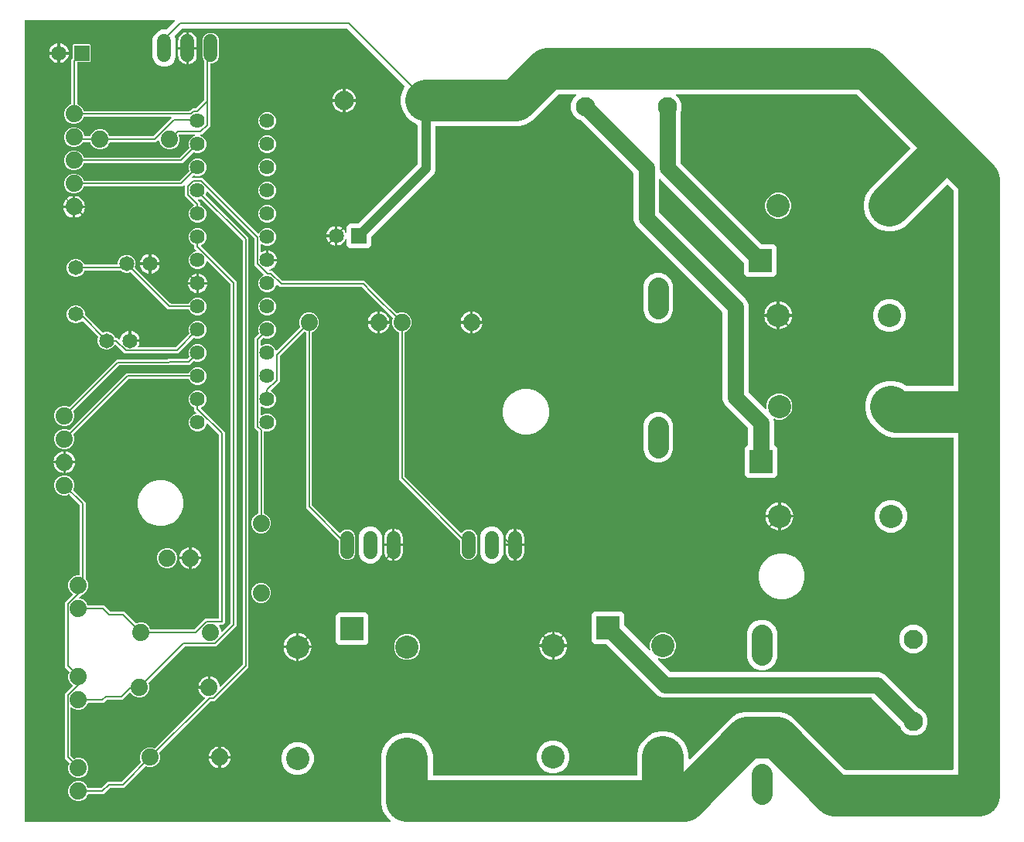
<source format=gbr>
G04 EAGLE Gerber RS-274X export*
G75*
%MOMM*%
%FSLAX34Y34*%
%LPD*%
%INTop Copper*%
%IPPOS*%
%AMOC8*
5,1,8,0,0,1.08239X$1,22.5*%
G01*
%ADD10C,1.879600*%
%ADD11R,1.651000X1.651000*%
%ADD12C,1.651000*%
%ADD13C,2.247900*%
%ADD14C,1.524000*%
%ADD15R,2.540000X2.540000*%
%ADD16C,2.540000*%
%ADD17C,2.100000*%
%ADD18C,1.625600*%
%ADD19C,0.152400*%
%ADD20C,1.000000*%
%ADD21C,4.600000*%
%ADD22C,1.800000*%

G36*
X391520Y10934D02*
X391520Y10934D01*
X391592Y10936D01*
X391641Y10954D01*
X391692Y10962D01*
X391755Y10996D01*
X391823Y11021D01*
X391863Y11053D01*
X391909Y11078D01*
X391959Y11130D01*
X392015Y11174D01*
X392043Y11218D01*
X392079Y11256D01*
X392109Y11321D01*
X392148Y11381D01*
X392161Y11432D01*
X392182Y11479D01*
X392190Y11550D01*
X392208Y11620D01*
X392204Y11672D01*
X392210Y11723D01*
X392194Y11794D01*
X392189Y11865D01*
X392168Y11913D01*
X392157Y11964D01*
X392120Y12025D01*
X392092Y12091D01*
X392048Y12147D01*
X392031Y12175D01*
X392013Y12190D01*
X391988Y12222D01*
X387380Y16830D01*
X383683Y23233D01*
X381769Y30375D01*
X381769Y84297D01*
X383683Y91439D01*
X387380Y97842D01*
X392608Y103070D01*
X399011Y106767D01*
X406153Y108681D01*
X413547Y108681D01*
X420689Y106767D01*
X427092Y103070D01*
X432320Y97842D01*
X436017Y91439D01*
X437931Y84297D01*
X437931Y62764D01*
X437934Y62744D01*
X437932Y62725D01*
X437954Y62623D01*
X437970Y62521D01*
X437980Y62504D01*
X437984Y62484D01*
X438037Y62395D01*
X438086Y62304D01*
X438100Y62290D01*
X438110Y62273D01*
X438189Y62206D01*
X438264Y62134D01*
X438282Y62126D01*
X438297Y62113D01*
X438393Y62074D01*
X438487Y62031D01*
X438507Y62029D01*
X438525Y62021D01*
X438692Y62003D01*
X661158Y62003D01*
X661178Y62006D01*
X661197Y62004D01*
X661299Y62026D01*
X661401Y62042D01*
X661418Y62052D01*
X661438Y62056D01*
X661527Y62109D01*
X661618Y62158D01*
X661632Y62172D01*
X661649Y62182D01*
X661716Y62261D01*
X661788Y62336D01*
X661796Y62354D01*
X661809Y62369D01*
X661848Y62465D01*
X661891Y62559D01*
X661893Y62579D01*
X661901Y62597D01*
X661919Y62764D01*
X661919Y77543D01*
X661917Y77559D01*
X661919Y77574D01*
X661893Y77740D01*
X661769Y78203D01*
X661769Y85597D01*
X663683Y92739D01*
X667380Y99142D01*
X672608Y104370D01*
X679011Y108067D01*
X686153Y109981D01*
X693547Y109981D01*
X700689Y108067D01*
X707092Y104370D01*
X712470Y98992D01*
X716167Y92589D01*
X718081Y85447D01*
X718081Y80376D01*
X718092Y80306D01*
X718094Y80234D01*
X718112Y80185D01*
X718120Y80134D01*
X718154Y80070D01*
X718179Y80003D01*
X718211Y79962D01*
X718236Y79916D01*
X718288Y79867D01*
X718332Y79811D01*
X718376Y79783D01*
X718414Y79747D01*
X718479Y79717D01*
X718539Y79678D01*
X718590Y79665D01*
X718637Y79643D01*
X718708Y79635D01*
X718778Y79618D01*
X718830Y79622D01*
X718881Y79616D01*
X718952Y79631D01*
X719023Y79637D01*
X719071Y79657D01*
X719122Y79668D01*
X719183Y79705D01*
X719249Y79733D01*
X719305Y79778D01*
X719333Y79795D01*
X719348Y79812D01*
X719380Y79838D01*
X764971Y125429D01*
X771374Y129126D01*
X778516Y131040D01*
X818484Y131040D01*
X825626Y129126D01*
X832029Y125429D01*
X889154Y68304D01*
X889228Y68251D01*
X889298Y68191D01*
X889328Y68179D01*
X889354Y68160D01*
X889441Y68133D01*
X889526Y68099D01*
X889567Y68095D01*
X889589Y68088D01*
X889621Y68089D01*
X889692Y68081D01*
X1007236Y68081D01*
X1007256Y68084D01*
X1007275Y68082D01*
X1007377Y68104D01*
X1007479Y68120D01*
X1007496Y68130D01*
X1007516Y68134D01*
X1007605Y68187D01*
X1007696Y68236D01*
X1007710Y68250D01*
X1007727Y68260D01*
X1007794Y68339D01*
X1007866Y68414D01*
X1007874Y68432D01*
X1007887Y68447D01*
X1007926Y68543D01*
X1007969Y68637D01*
X1007971Y68657D01*
X1007979Y68675D01*
X1007997Y68842D01*
X1007997Y431158D01*
X1007996Y431167D01*
X1007996Y431172D01*
X1007994Y431181D01*
X1007996Y431197D01*
X1007974Y431299D01*
X1007958Y431401D01*
X1007948Y431418D01*
X1007944Y431438D01*
X1007891Y431527D01*
X1007842Y431618D01*
X1007828Y431632D01*
X1007818Y431649D01*
X1007739Y431716D01*
X1007664Y431788D01*
X1007646Y431796D01*
X1007631Y431809D01*
X1007535Y431848D01*
X1007441Y431891D01*
X1007421Y431893D01*
X1007403Y431901D01*
X1007236Y431919D01*
X941453Y431919D01*
X934311Y433833D01*
X927908Y437530D01*
X916930Y448508D01*
X913233Y454911D01*
X911319Y462053D01*
X911319Y469447D01*
X913233Y476589D01*
X916930Y482992D01*
X922158Y488220D01*
X928561Y491917D01*
X935703Y493831D01*
X943097Y493831D01*
X950239Y491917D01*
X956707Y488183D01*
X956813Y488142D01*
X956921Y488099D01*
X956931Y488098D01*
X956937Y488096D01*
X956959Y488095D01*
X957087Y488081D01*
X1007236Y488081D01*
X1007256Y488084D01*
X1007275Y488082D01*
X1007377Y488104D01*
X1007479Y488120D01*
X1007496Y488130D01*
X1007516Y488134D01*
X1007605Y488187D01*
X1007696Y488236D01*
X1007710Y488250D01*
X1007727Y488260D01*
X1007794Y488339D01*
X1007866Y488414D01*
X1007874Y488432D01*
X1007887Y488447D01*
X1007926Y488543D01*
X1007969Y488637D01*
X1007971Y488657D01*
X1007979Y488675D01*
X1007997Y488842D01*
X1007997Y701975D01*
X1007983Y702065D01*
X1007975Y702156D01*
X1007963Y702186D01*
X1007958Y702218D01*
X1007915Y702299D01*
X1007879Y702383D01*
X1007853Y702415D01*
X1007842Y702435D01*
X1007819Y702458D01*
X1007774Y702514D01*
X1001713Y708575D01*
X1001697Y708586D01*
X1001685Y708602D01*
X1001597Y708658D01*
X1001514Y708718D01*
X1001495Y708724D01*
X1001478Y708735D01*
X1001377Y708760D01*
X1001278Y708790D01*
X1001259Y708790D01*
X1001239Y708795D01*
X1001136Y708787D01*
X1001033Y708784D01*
X1001014Y708777D01*
X1000994Y708776D01*
X1000899Y708735D01*
X1000802Y708700D01*
X1000786Y708687D01*
X1000768Y708679D01*
X1000637Y708575D01*
X955342Y663280D01*
X948939Y659583D01*
X941797Y657669D01*
X934403Y657669D01*
X927261Y659583D01*
X920858Y663280D01*
X915630Y668508D01*
X911933Y674911D01*
X910019Y682053D01*
X910019Y689447D01*
X911933Y696589D01*
X915630Y702992D01*
X960925Y748287D01*
X960936Y748303D01*
X960952Y748315D01*
X961008Y748403D01*
X961068Y748486D01*
X961074Y748505D01*
X961085Y748522D01*
X961110Y748623D01*
X961140Y748722D01*
X961140Y748741D01*
X961145Y748761D01*
X961137Y748864D01*
X961134Y748967D01*
X961127Y748986D01*
X961126Y749006D01*
X961085Y749101D01*
X961050Y749198D01*
X961037Y749214D01*
X961029Y749232D01*
X960925Y749363D01*
X902646Y807642D01*
X902572Y807695D01*
X902502Y807755D01*
X902472Y807767D01*
X902446Y807786D01*
X902359Y807812D01*
X902274Y807847D01*
X902233Y807851D01*
X902211Y807858D01*
X902179Y807857D01*
X902108Y807865D01*
X705007Y807865D01*
X704937Y807853D01*
X704865Y807852D01*
X704816Y807834D01*
X704765Y807825D01*
X704701Y807792D01*
X704634Y807767D01*
X704593Y807735D01*
X704547Y807710D01*
X704498Y807658D01*
X704442Y807613D01*
X704414Y807570D01*
X704378Y807532D01*
X704348Y807467D01*
X704309Y807406D01*
X704296Y807356D01*
X704274Y807309D01*
X704266Y807237D01*
X704249Y807168D01*
X704253Y807116D01*
X704247Y807064D01*
X704262Y806994D01*
X704268Y806923D01*
X704288Y806875D01*
X704299Y806824D01*
X704336Y806762D01*
X704364Y806696D01*
X704409Y806640D01*
X704426Y806613D01*
X704443Y806598D01*
X704469Y806565D01*
X708009Y803026D01*
X710381Y797299D01*
X710381Y791101D01*
X708939Y787619D01*
X708924Y787556D01*
X708899Y787495D01*
X708890Y787412D01*
X708883Y787380D01*
X708884Y787361D01*
X708881Y787328D01*
X708881Y733198D01*
X708895Y733108D01*
X708903Y733017D01*
X708915Y732987D01*
X708920Y732955D01*
X708963Y732874D01*
X708999Y732790D01*
X709025Y732758D01*
X709036Y732738D01*
X709059Y732715D01*
X709104Y732659D01*
X798009Y643754D01*
X798083Y643701D01*
X798153Y643641D01*
X798183Y643629D01*
X798209Y643610D01*
X798296Y643583D01*
X798381Y643549D01*
X798422Y643545D01*
X798444Y643538D01*
X798476Y643539D01*
X798548Y643531D01*
X810905Y643531D01*
X813881Y640555D01*
X813881Y610945D01*
X810905Y607969D01*
X781295Y607969D01*
X778319Y610945D01*
X778319Y623302D01*
X778305Y623392D01*
X778297Y623483D01*
X778285Y623513D01*
X778280Y623545D01*
X778237Y623626D01*
X778201Y623710D01*
X778175Y623742D01*
X778164Y623762D01*
X778141Y623785D01*
X778096Y623841D01*
X687100Y714837D01*
X687042Y714878D01*
X686990Y714928D01*
X686943Y714950D01*
X686901Y714980D01*
X686832Y715001D01*
X686767Y715031D01*
X686715Y715037D01*
X686665Y715052D01*
X686594Y715051D01*
X686523Y715059D01*
X686472Y715047D01*
X686420Y715046D01*
X686352Y715021D01*
X686282Y715006D01*
X686238Y714980D01*
X686189Y714962D01*
X686133Y714917D01*
X686071Y714880D01*
X686037Y714841D01*
X685997Y714808D01*
X685958Y714748D01*
X685911Y714693D01*
X685892Y714645D01*
X685864Y714601D01*
X685846Y714532D01*
X685819Y714465D01*
X685811Y714394D01*
X685803Y714363D01*
X685805Y714339D01*
X685801Y714298D01*
X685801Y678405D01*
X685815Y678315D01*
X685823Y678224D01*
X685835Y678194D01*
X685840Y678162D01*
X685883Y678082D01*
X685919Y677998D01*
X685945Y677966D01*
X685956Y677945D01*
X685979Y677923D01*
X686024Y677867D01*
X781257Y582633D01*
X783401Y577458D01*
X783401Y482105D01*
X783402Y482098D01*
X783402Y482097D01*
X783403Y482092D01*
X783415Y482015D01*
X783423Y481924D01*
X783435Y481894D01*
X783440Y481862D01*
X783483Y481782D01*
X783519Y481698D01*
X783545Y481666D01*
X783556Y481645D01*
X783579Y481623D01*
X783624Y481567D01*
X801876Y463315D01*
X801934Y463273D01*
X801986Y463224D01*
X802033Y463202D01*
X802075Y463171D01*
X802144Y463150D01*
X802209Y463120D01*
X802261Y463114D01*
X802311Y463099D01*
X802382Y463101D01*
X802453Y463093D01*
X802504Y463104D01*
X802556Y463105D01*
X802624Y463130D01*
X802694Y463145D01*
X802739Y463172D01*
X802787Y463190D01*
X802843Y463235D01*
X802905Y463271D01*
X802939Y463311D01*
X802979Y463343D01*
X803018Y463404D01*
X803065Y463458D01*
X803084Y463506D01*
X803112Y463550D01*
X803130Y463620D01*
X803145Y463656D01*
X803147Y463661D01*
X803147Y463663D01*
X803157Y463686D01*
X803165Y463758D01*
X803173Y463789D01*
X803171Y463812D01*
X803175Y463853D01*
X803175Y468579D01*
X805341Y473808D01*
X809342Y477809D01*
X814571Y479975D01*
X820229Y479975D01*
X825458Y477809D01*
X829459Y473808D01*
X831625Y468579D01*
X831625Y462921D01*
X829459Y457692D01*
X825458Y453691D01*
X820229Y451525D01*
X814571Y451525D01*
X812115Y452542D01*
X812045Y452559D01*
X811978Y452584D01*
X811926Y452587D01*
X811876Y452598D01*
X811804Y452592D01*
X811733Y452595D01*
X811683Y452580D01*
X811631Y452575D01*
X811565Y452546D01*
X811496Y452526D01*
X811454Y452497D01*
X811406Y452475D01*
X811353Y452427D01*
X811294Y452386D01*
X811263Y452344D01*
X811225Y452309D01*
X811190Y452246D01*
X811148Y452189D01*
X811132Y452139D01*
X811106Y452093D01*
X811094Y452023D01*
X811071Y451955D01*
X811072Y451903D01*
X811063Y451851D01*
X811073Y451780D01*
X811074Y451709D01*
X811094Y451640D01*
X811098Y451608D01*
X811109Y451587D01*
X811121Y451548D01*
X811481Y450678D01*
X811481Y424292D01*
X811484Y424272D01*
X811482Y424253D01*
X811504Y424151D01*
X811520Y424049D01*
X811530Y424032D01*
X811534Y424012D01*
X811587Y423923D01*
X811636Y423832D01*
X811650Y423818D01*
X811660Y423801D01*
X811739Y423734D01*
X811814Y423662D01*
X811832Y423654D01*
X811847Y423641D01*
X811943Y423602D01*
X812037Y423559D01*
X812057Y423557D01*
X812075Y423549D01*
X812200Y423535D01*
X815181Y420555D01*
X815181Y390945D01*
X812205Y387969D01*
X782595Y387969D01*
X779619Y390945D01*
X779619Y420555D01*
X782597Y423532D01*
X782699Y423554D01*
X782801Y423570D01*
X782818Y423580D01*
X782838Y423584D01*
X782927Y423637D01*
X783018Y423686D01*
X783032Y423700D01*
X783049Y423710D01*
X783116Y423789D01*
X783188Y423864D01*
X783196Y423882D01*
X783209Y423897D01*
X783248Y423993D01*
X783291Y424087D01*
X783293Y424107D01*
X783301Y424125D01*
X783319Y424292D01*
X783319Y441730D01*
X783305Y441820D01*
X783297Y441911D01*
X783285Y441940D01*
X783280Y441972D01*
X783237Y442053D01*
X783201Y442137D01*
X783175Y442169D01*
X783164Y442190D01*
X783141Y442212D01*
X783096Y442268D01*
X757383Y467981D01*
X755239Y473156D01*
X755239Y568510D01*
X755225Y568600D01*
X755217Y568691D01*
X755205Y568720D01*
X755200Y568752D01*
X755157Y568833D01*
X755121Y568917D01*
X755095Y568949D01*
X755084Y568970D01*
X755061Y568992D01*
X755016Y569048D01*
X659783Y664281D01*
X657639Y669456D01*
X657639Y721132D01*
X657625Y721222D01*
X657617Y721313D01*
X657605Y721343D01*
X657600Y721375D01*
X657557Y721456D01*
X657521Y721540D01*
X657495Y721572D01*
X657484Y721592D01*
X657461Y721615D01*
X657416Y721671D01*
X599703Y779384D01*
X599649Y779422D01*
X599603Y779468D01*
X599530Y779509D01*
X599503Y779528D01*
X599484Y779533D01*
X599456Y779549D01*
X595974Y780991D01*
X591591Y785374D01*
X589219Y791101D01*
X589219Y797299D01*
X591591Y803026D01*
X595131Y806565D01*
X595173Y806624D01*
X595222Y806676D01*
X595244Y806723D01*
X595275Y806765D01*
X595296Y806834D01*
X595326Y806899D01*
X595332Y806950D01*
X595347Y807000D01*
X595345Y807072D01*
X595353Y807143D01*
X595342Y807194D01*
X595341Y807246D01*
X595316Y807313D01*
X595301Y807384D01*
X595274Y807428D01*
X595256Y807477D01*
X595211Y807533D01*
X595174Y807595D01*
X595135Y807629D01*
X595102Y807669D01*
X595042Y807708D01*
X594988Y807755D01*
X594939Y807774D01*
X594895Y807802D01*
X594826Y807820D01*
X594759Y807847D01*
X594688Y807854D01*
X594657Y807862D01*
X594634Y807860D01*
X594593Y807865D01*
X576001Y807865D01*
X575911Y807850D01*
X575820Y807843D01*
X575790Y807830D01*
X575758Y807825D01*
X575678Y807783D01*
X575594Y807747D01*
X575562Y807721D01*
X575541Y807710D01*
X575519Y807687D01*
X575463Y807642D01*
X546351Y778530D01*
X539947Y774833D01*
X532805Y772919D01*
X441942Y772919D01*
X441922Y772916D01*
X441903Y772918D01*
X441801Y772896D01*
X441699Y772880D01*
X441682Y772870D01*
X441662Y772866D01*
X441573Y772813D01*
X441482Y772764D01*
X441468Y772750D01*
X441451Y772740D01*
X441384Y772661D01*
X441312Y772586D01*
X441304Y772568D01*
X441291Y772553D01*
X441252Y772457D01*
X441209Y772363D01*
X441207Y772343D01*
X441199Y772325D01*
X441181Y772158D01*
X441181Y724695D01*
X439646Y720990D01*
X370759Y652102D01*
X370706Y652028D01*
X370646Y651959D01*
X370634Y651929D01*
X370615Y651903D01*
X370588Y651816D01*
X370554Y651731D01*
X370550Y651690D01*
X370543Y651668D01*
X370544Y651635D01*
X370536Y651564D01*
X370536Y642440D01*
X367560Y639464D01*
X346840Y639464D01*
X343864Y642440D01*
X343864Y648957D01*
X343864Y648961D01*
X343864Y648965D01*
X343844Y649082D01*
X343825Y649200D01*
X343823Y649203D01*
X343822Y649207D01*
X343765Y649312D01*
X343709Y649417D01*
X343707Y649420D01*
X343705Y649423D01*
X343617Y649504D01*
X343531Y649586D01*
X343527Y649588D01*
X343525Y649591D01*
X343416Y649640D01*
X343308Y649690D01*
X343304Y649690D01*
X343300Y649692D01*
X343181Y649704D01*
X343064Y649717D01*
X343060Y649716D01*
X343056Y649717D01*
X342940Y649690D01*
X342823Y649665D01*
X342820Y649663D01*
X342816Y649662D01*
X342715Y649600D01*
X342612Y649539D01*
X342610Y649536D01*
X342606Y649534D01*
X342530Y649443D01*
X342452Y649352D01*
X342451Y649348D01*
X342448Y649345D01*
X342379Y649192D01*
X342205Y648656D01*
X341433Y647142D01*
X340434Y645767D01*
X339233Y644566D01*
X337858Y643567D01*
X336344Y642795D01*
X334728Y642270D01*
X333723Y642111D01*
X333723Y652038D01*
X333720Y652058D01*
X333722Y652077D01*
X333700Y652179D01*
X333683Y652281D01*
X333674Y652298D01*
X333670Y652318D01*
X333617Y652407D01*
X333568Y652498D01*
X333554Y652512D01*
X333544Y652529D01*
X333465Y652596D01*
X333390Y652667D01*
X333372Y652676D01*
X333357Y652689D01*
X333261Y652727D01*
X333167Y652771D01*
X333147Y652773D01*
X333129Y652781D01*
X332962Y652799D01*
X332199Y652799D01*
X332199Y652801D01*
X332962Y652801D01*
X332982Y652804D01*
X333001Y652802D01*
X333103Y652824D01*
X333205Y652841D01*
X333222Y652850D01*
X333242Y652854D01*
X333331Y652907D01*
X333422Y652956D01*
X333436Y652970D01*
X333453Y652980D01*
X333520Y653059D01*
X333591Y653134D01*
X333600Y653152D01*
X333613Y653167D01*
X333652Y653263D01*
X333695Y653357D01*
X333697Y653377D01*
X333705Y653395D01*
X333723Y653562D01*
X333723Y663489D01*
X334728Y663330D01*
X336344Y662805D01*
X337858Y662033D01*
X339233Y661034D01*
X340434Y659833D01*
X341433Y658458D01*
X342205Y656944D01*
X342379Y656408D01*
X342381Y656404D01*
X342382Y656400D01*
X342437Y656296D01*
X342492Y656189D01*
X342495Y656186D01*
X342497Y656183D01*
X342583Y656101D01*
X342668Y656018D01*
X342672Y656016D01*
X342675Y656014D01*
X342783Y655964D01*
X342890Y655912D01*
X342894Y655912D01*
X342898Y655910D01*
X343015Y655897D01*
X343135Y655882D01*
X343139Y655883D01*
X343142Y655883D01*
X343258Y655908D01*
X343375Y655932D01*
X343379Y655934D01*
X343383Y655935D01*
X343485Y655996D01*
X343588Y656056D01*
X343591Y656059D01*
X343594Y656061D01*
X343672Y656152D01*
X343750Y656241D01*
X343751Y656245D01*
X343754Y656248D01*
X343799Y656359D01*
X343844Y656469D01*
X343844Y656473D01*
X343846Y656476D01*
X343864Y656643D01*
X343864Y663160D01*
X346840Y666136D01*
X355964Y666136D01*
X356054Y666150D01*
X356145Y666158D01*
X356175Y666170D01*
X356207Y666175D01*
X356288Y666218D01*
X356371Y666254D01*
X356404Y666280D01*
X356424Y666291D01*
X356446Y666314D01*
X356502Y666359D01*
X420796Y730653D01*
X420849Y730727D01*
X420909Y730796D01*
X420921Y730826D01*
X420940Y730852D01*
X420967Y730939D01*
X421001Y731024D01*
X421005Y731065D01*
X421012Y731087D01*
X421011Y731120D01*
X421019Y731191D01*
X421019Y774046D01*
X421012Y774089D01*
X421014Y774133D01*
X420992Y774210D01*
X420980Y774288D01*
X420959Y774327D01*
X420947Y774369D01*
X420902Y774435D01*
X420864Y774506D01*
X420833Y774536D01*
X420808Y774572D01*
X420744Y774620D01*
X420686Y774675D01*
X420646Y774694D01*
X420611Y774720D01*
X420475Y774773D01*
X420463Y774779D01*
X420460Y774779D01*
X420455Y774781D01*
X420261Y774833D01*
X413858Y778530D01*
X408630Y783758D01*
X404933Y790161D01*
X403019Y797303D01*
X403019Y804697D01*
X404933Y811839D01*
X407227Y815812D01*
X407242Y815853D01*
X407266Y815890D01*
X407286Y815968D01*
X407314Y816042D01*
X407316Y816086D01*
X407326Y816129D01*
X407320Y816208D01*
X407323Y816288D01*
X407311Y816330D01*
X407307Y816374D01*
X407276Y816447D01*
X407253Y816524D01*
X407228Y816560D01*
X407211Y816600D01*
X407120Y816714D01*
X407112Y816725D01*
X407109Y816727D01*
X407106Y816731D01*
X344177Y879660D01*
X344103Y879713D01*
X344033Y879773D01*
X344003Y879785D01*
X343977Y879804D01*
X343890Y879831D01*
X343805Y879865D01*
X343764Y879869D01*
X343742Y879876D01*
X343710Y879875D01*
X343639Y879883D01*
X164361Y879883D01*
X164271Y879869D01*
X164180Y879861D01*
X164151Y879849D01*
X164119Y879844D01*
X164038Y879801D01*
X163954Y879765D01*
X163922Y879739D01*
X163901Y879728D01*
X163879Y879705D01*
X163823Y879660D01*
X155903Y871741D01*
X155836Y871646D01*
X155765Y871552D01*
X155764Y871546D01*
X155760Y871541D01*
X155726Y871430D01*
X155689Y871318D01*
X155689Y871312D01*
X155688Y871306D01*
X155691Y871189D01*
X155692Y871072D01*
X155694Y871065D01*
X155694Y871060D01*
X155700Y871042D01*
X155738Y870911D01*
X156801Y868346D01*
X156801Y848054D01*
X154867Y843386D01*
X151294Y839813D01*
X146626Y837879D01*
X141574Y837879D01*
X136906Y839813D01*
X133333Y843386D01*
X131399Y848054D01*
X131399Y868346D01*
X133333Y873014D01*
X136906Y876587D01*
X141574Y878521D01*
X145843Y878521D01*
X145933Y878535D01*
X146024Y878543D01*
X146053Y878555D01*
X146085Y878560D01*
X146166Y878603D01*
X146250Y878639D01*
X146282Y878665D01*
X146303Y878676D01*
X146325Y878699D01*
X146381Y878744D01*
X155415Y887778D01*
X155457Y887836D01*
X155506Y887888D01*
X155528Y887935D01*
X155558Y887977D01*
X155579Y888046D01*
X155610Y888111D01*
X155615Y888163D01*
X155631Y888213D01*
X155629Y888284D01*
X155637Y888355D01*
X155626Y888406D01*
X155624Y888458D01*
X155600Y888526D01*
X155585Y888596D01*
X155558Y888640D01*
X155540Y888689D01*
X155495Y888745D01*
X155458Y888807D01*
X155419Y888841D01*
X155386Y888881D01*
X155326Y888920D01*
X155271Y888967D01*
X155223Y888986D01*
X155179Y889014D01*
X155110Y889032D01*
X155043Y889059D01*
X154972Y889067D01*
X154941Y889075D01*
X154918Y889073D01*
X154877Y889077D01*
X-8316Y889077D01*
X-8336Y889074D01*
X-8355Y889076D01*
X-8457Y889054D01*
X-8559Y889038D01*
X-8576Y889028D01*
X-8596Y889024D01*
X-8685Y888971D01*
X-8776Y888922D01*
X-8790Y888908D01*
X-8807Y888898D01*
X-8874Y888819D01*
X-8946Y888744D01*
X-8954Y888726D01*
X-8967Y888711D01*
X-9006Y888615D01*
X-9049Y888521D01*
X-9051Y888501D01*
X-9059Y888483D01*
X-9077Y888316D01*
X-9077Y11684D01*
X-9074Y11664D01*
X-9076Y11645D01*
X-9054Y11543D01*
X-9038Y11441D01*
X-9028Y11424D01*
X-9024Y11404D01*
X-8971Y11315D01*
X-8922Y11224D01*
X-8908Y11210D01*
X-8898Y11193D01*
X-8819Y11126D01*
X-8744Y11054D01*
X-8726Y11046D01*
X-8711Y11033D01*
X-8615Y10994D01*
X-8521Y10951D01*
X-8501Y10949D01*
X-8483Y10941D01*
X-8316Y10923D01*
X391449Y10923D01*
X391520Y10934D01*
G37*
%LPC*%
G36*
X47827Y59077D02*
X47827Y59077D01*
X43813Y60740D01*
X40740Y63813D01*
X39077Y67827D01*
X39077Y72173D01*
X40077Y74587D01*
X40087Y74630D01*
X40103Y74663D01*
X40109Y74722D01*
X40133Y74814D01*
X40132Y74821D01*
X40134Y74827D01*
X40128Y74888D01*
X40130Y74907D01*
X40123Y74939D01*
X40123Y74943D01*
X40114Y75060D01*
X40111Y75065D01*
X40110Y75072D01*
X40078Y75143D01*
X40078Y75148D01*
X40074Y75154D01*
X40063Y75179D01*
X40017Y75286D01*
X40013Y75292D01*
X40010Y75296D01*
X39998Y75310D01*
X39912Y75417D01*
X35013Y80316D01*
X35013Y150808D01*
X43841Y159635D01*
X43853Y159652D01*
X43868Y159664D01*
X43924Y159751D01*
X43984Y159835D01*
X43990Y159854D01*
X44001Y159871D01*
X44026Y159971D01*
X44057Y160070D01*
X44056Y160090D01*
X44061Y160109D01*
X44053Y160212D01*
X44050Y160316D01*
X44044Y160335D01*
X44042Y160355D01*
X44002Y160450D01*
X43966Y160547D01*
X43954Y160563D01*
X43946Y160581D01*
X43841Y160712D01*
X40740Y163813D01*
X39077Y167827D01*
X39077Y172173D01*
X40077Y174587D01*
X40104Y174701D01*
X40133Y174814D01*
X40132Y174821D01*
X40134Y174827D01*
X40123Y174943D01*
X40114Y175060D01*
X40111Y175065D01*
X40110Y175072D01*
X40063Y175179D01*
X40017Y175286D01*
X40013Y175292D01*
X40010Y175296D01*
X39998Y175310D01*
X39912Y175417D01*
X35013Y180316D01*
X35013Y250808D01*
X43841Y259635D01*
X43853Y259652D01*
X43868Y259664D01*
X43924Y259751D01*
X43984Y259835D01*
X43990Y259854D01*
X44001Y259871D01*
X44026Y259971D01*
X44057Y260070D01*
X44056Y260090D01*
X44061Y260109D01*
X44053Y260212D01*
X44050Y260316D01*
X44044Y260335D01*
X44042Y260355D01*
X44002Y260450D01*
X43966Y260547D01*
X43954Y260563D01*
X43946Y260581D01*
X43841Y260712D01*
X40740Y263813D01*
X39077Y267827D01*
X39077Y272173D01*
X40740Y276187D01*
X43813Y279260D01*
X47827Y280923D01*
X50736Y280923D01*
X50756Y280926D01*
X50775Y280924D01*
X50877Y280946D01*
X50979Y280962D01*
X50996Y280972D01*
X51016Y280976D01*
X51105Y281029D01*
X51196Y281078D01*
X51210Y281092D01*
X51227Y281102D01*
X51294Y281181D01*
X51366Y281256D01*
X51374Y281274D01*
X51387Y281289D01*
X51426Y281385D01*
X51469Y281479D01*
X51471Y281499D01*
X51479Y281517D01*
X51497Y281684D01*
X51497Y357917D01*
X51483Y358007D01*
X51475Y358098D01*
X51463Y358127D01*
X51458Y358159D01*
X51415Y358240D01*
X51379Y358324D01*
X51353Y358356D01*
X51342Y358377D01*
X51319Y358399D01*
X51274Y358455D01*
X40217Y369512D01*
X40122Y369581D01*
X40028Y369650D01*
X40022Y369652D01*
X40017Y369656D01*
X39905Y369690D01*
X39794Y369727D01*
X39788Y369726D01*
X39782Y369728D01*
X39665Y369725D01*
X39548Y369724D01*
X39541Y369722D01*
X39536Y369722D01*
X39519Y369716D01*
X39387Y369677D01*
X36973Y368677D01*
X32627Y368677D01*
X28613Y370340D01*
X25540Y373413D01*
X23877Y377427D01*
X23877Y381773D01*
X25540Y385787D01*
X28613Y388860D01*
X32627Y390523D01*
X36973Y390523D01*
X40987Y388860D01*
X44060Y385787D01*
X45723Y381773D01*
X45723Y377427D01*
X44723Y375013D01*
X44696Y374899D01*
X44667Y374786D01*
X44668Y374779D01*
X44666Y374773D01*
X44677Y374657D01*
X44686Y374540D01*
X44689Y374535D01*
X44689Y374528D01*
X44737Y374421D01*
X44783Y374314D01*
X44787Y374308D01*
X44789Y374304D01*
X44802Y374290D01*
X44888Y374183D01*
X55945Y363126D01*
X58103Y360968D01*
X58103Y277660D01*
X58117Y277570D01*
X58125Y277479D01*
X58137Y277449D01*
X58142Y277417D01*
X58185Y277336D01*
X58221Y277252D01*
X58247Y277220D01*
X58258Y277200D01*
X58281Y277177D01*
X58326Y277121D01*
X59260Y276187D01*
X60923Y272173D01*
X60923Y267827D01*
X59260Y263813D01*
X56187Y260740D01*
X53084Y259455D01*
X53028Y259420D01*
X52968Y259394D01*
X52903Y259342D01*
X52875Y259325D01*
X52862Y259310D01*
X52837Y259290D01*
X50369Y256822D01*
X50328Y256764D01*
X50278Y256712D01*
X50256Y256665D01*
X50226Y256623D01*
X50205Y256554D01*
X50174Y256489D01*
X50169Y256437D01*
X50153Y256387D01*
X50155Y256316D01*
X50147Y256245D01*
X50158Y256194D01*
X50160Y256142D01*
X50184Y256074D01*
X50200Y256004D01*
X50226Y255960D01*
X50244Y255911D01*
X50289Y255855D01*
X50326Y255793D01*
X50365Y255759D01*
X50398Y255719D01*
X50458Y255680D01*
X50513Y255633D01*
X50561Y255614D01*
X50605Y255586D01*
X50674Y255568D01*
X50741Y255541D01*
X50812Y255533D01*
X50843Y255525D01*
X50867Y255527D01*
X50908Y255523D01*
X52173Y255523D01*
X56187Y253860D01*
X59260Y250787D01*
X60260Y248373D01*
X60322Y248273D01*
X60382Y248173D01*
X60386Y248169D01*
X60390Y248164D01*
X60479Y248089D01*
X60568Y248013D01*
X60574Y248011D01*
X60579Y248007D01*
X60687Y247965D01*
X60797Y247921D01*
X60804Y247920D01*
X60809Y247919D01*
X60827Y247918D01*
X60963Y247903D01*
X78368Y247903D01*
X84445Y241826D01*
X84519Y241773D01*
X84588Y241713D01*
X84619Y241701D01*
X84645Y241682D01*
X84732Y241655D01*
X84817Y241621D01*
X84858Y241617D01*
X84880Y241610D01*
X84912Y241611D01*
X84983Y241603D01*
X99868Y241603D01*
X113083Y228388D01*
X113177Y228320D01*
X113272Y228250D01*
X113278Y228248D01*
X113283Y228244D01*
X113394Y228210D01*
X113506Y228173D01*
X113512Y228174D01*
X113518Y228172D01*
X113635Y228175D01*
X113752Y228176D01*
X113759Y228178D01*
X113764Y228178D01*
X113781Y228184D01*
X113913Y228223D01*
X116327Y229223D01*
X120673Y229223D01*
X124687Y227560D01*
X127760Y224487D01*
X128760Y222073D01*
X128822Y221973D01*
X128882Y221873D01*
X128886Y221869D01*
X128890Y221864D01*
X128979Y221789D01*
X129068Y221713D01*
X129074Y221711D01*
X129079Y221707D01*
X129187Y221665D01*
X129297Y221621D01*
X129304Y221620D01*
X129309Y221619D01*
X129327Y221618D01*
X129463Y221603D01*
X176493Y221603D01*
X176583Y221617D01*
X176674Y221625D01*
X176704Y221637D01*
X176736Y221642D01*
X176816Y221685D01*
X176900Y221721D01*
X176932Y221747D01*
X176953Y221758D01*
X176975Y221781D01*
X177031Y221826D01*
X188492Y233287D01*
X202888Y233287D01*
X202908Y233290D01*
X202927Y233288D01*
X203029Y233310D01*
X203131Y233326D01*
X203148Y233336D01*
X203168Y233340D01*
X203257Y233393D01*
X203348Y233442D01*
X203362Y233456D01*
X203379Y233466D01*
X203446Y233545D01*
X203518Y233620D01*
X203526Y233638D01*
X203539Y233653D01*
X203578Y233749D01*
X203621Y233843D01*
X203623Y233863D01*
X203631Y233881D01*
X203649Y234048D01*
X203649Y434792D01*
X203635Y434882D01*
X203627Y434973D01*
X203615Y435003D01*
X203610Y435035D01*
X203567Y435116D01*
X203531Y435200D01*
X203505Y435232D01*
X203494Y435252D01*
X203471Y435275D01*
X203426Y435331D01*
X191352Y447405D01*
X191294Y447446D01*
X191242Y447496D01*
X191195Y447518D01*
X191153Y447548D01*
X191084Y447569D01*
X191019Y447599D01*
X190967Y447605D01*
X190917Y447621D01*
X190846Y447619D01*
X190775Y447627D01*
X190724Y447615D01*
X190672Y447614D01*
X190604Y447590D01*
X190534Y447574D01*
X190489Y447548D01*
X190441Y447530D01*
X190385Y447485D01*
X190323Y447448D01*
X190289Y447409D01*
X190249Y447376D01*
X190210Y447316D01*
X190163Y447261D01*
X190144Y447213D01*
X190116Y447169D01*
X190098Y447100D01*
X190071Y447033D01*
X190063Y446962D01*
X190055Y446931D01*
X190057Y446907D01*
X190053Y446866D01*
X190053Y446380D01*
X188583Y442832D01*
X185868Y440117D01*
X182320Y438647D01*
X178480Y438647D01*
X174932Y440117D01*
X172217Y442832D01*
X170747Y446380D01*
X170747Y450220D01*
X172217Y453768D01*
X174932Y456483D01*
X178480Y457953D01*
X178966Y457953D01*
X179037Y457964D01*
X179109Y457966D01*
X179158Y457984D01*
X179209Y457992D01*
X179272Y458026D01*
X179340Y458051D01*
X179380Y458083D01*
X179426Y458108D01*
X179476Y458160D01*
X179532Y458204D01*
X179560Y458248D01*
X179596Y458286D01*
X179626Y458351D01*
X179665Y458411D01*
X179678Y458462D01*
X179699Y458509D01*
X179707Y458580D01*
X179725Y458650D01*
X179721Y458702D01*
X179727Y458753D01*
X179711Y458824D01*
X179706Y458895D01*
X179685Y458943D01*
X179674Y458994D01*
X179637Y459055D01*
X179609Y459121D01*
X179565Y459177D01*
X179548Y459205D01*
X179530Y459220D01*
X179505Y459252D01*
X177097Y461660D01*
X177097Y464111D01*
X177078Y464226D01*
X177061Y464342D01*
X177059Y464348D01*
X177058Y464354D01*
X177003Y464457D01*
X176950Y464562D01*
X176945Y464566D01*
X176942Y464571D01*
X176858Y464651D01*
X176774Y464734D01*
X176768Y464737D01*
X176764Y464741D01*
X176747Y464749D01*
X176627Y464815D01*
X174932Y465517D01*
X172217Y468232D01*
X170747Y471780D01*
X170747Y475620D01*
X172217Y479168D01*
X174932Y481883D01*
X178480Y483353D01*
X182320Y483353D01*
X185868Y481883D01*
X188583Y479168D01*
X190053Y475620D01*
X190053Y471780D01*
X188583Y468232D01*
X185868Y465517D01*
X184597Y464990D01*
X184558Y464966D01*
X184515Y464950D01*
X184454Y464902D01*
X184388Y464861D01*
X184358Y464825D01*
X184322Y464797D01*
X184280Y464731D01*
X184231Y464671D01*
X184214Y464628D01*
X184189Y464590D01*
X184170Y464514D01*
X184143Y464442D01*
X184141Y464396D01*
X184129Y464351D01*
X184135Y464274D01*
X184132Y464196D01*
X184145Y464152D01*
X184149Y464106D01*
X184179Y464034D01*
X184201Y463960D01*
X184227Y463922D01*
X184245Y463880D01*
X184330Y463773D01*
X184341Y463758D01*
X184345Y463755D01*
X184350Y463749D01*
X208097Y440001D01*
X210255Y437844D01*
X210255Y228632D01*
X208304Y226681D01*
X204862Y226681D01*
X204850Y226679D01*
X204838Y226681D01*
X204729Y226660D01*
X204619Y226642D01*
X204608Y226636D01*
X204597Y226634D01*
X204500Y226579D01*
X204402Y226526D01*
X204393Y226518D01*
X204383Y226512D01*
X204309Y226429D01*
X204232Y226348D01*
X204227Y226337D01*
X204219Y226328D01*
X204176Y226226D01*
X204129Y226125D01*
X204127Y226113D01*
X204123Y226102D01*
X204114Y225991D01*
X204102Y225881D01*
X204104Y225869D01*
X204103Y225857D01*
X204130Y225749D01*
X204154Y225640D01*
X204160Y225630D01*
X204163Y225618D01*
X204246Y225473D01*
X204911Y224557D01*
X205764Y222883D01*
X206345Y221096D01*
X206522Y219978D01*
X206526Y219967D01*
X206526Y219955D01*
X206564Y219850D01*
X206599Y219745D01*
X206606Y219735D01*
X206610Y219724D01*
X206680Y219637D01*
X206747Y219548D01*
X206757Y219541D01*
X206764Y219532D01*
X206858Y219472D01*
X206949Y219409D01*
X206961Y219405D01*
X206971Y219399D01*
X207079Y219372D01*
X207186Y219341D01*
X207198Y219342D01*
X207209Y219339D01*
X207320Y219347D01*
X207432Y219353D01*
X207443Y219357D01*
X207455Y219358D01*
X207557Y219401D01*
X207661Y219442D01*
X207670Y219450D01*
X207681Y219454D01*
X207812Y219559D01*
X216474Y228221D01*
X216527Y228295D01*
X216587Y228365D01*
X216599Y228395D01*
X216618Y228421D01*
X216645Y228508D01*
X216679Y228593D01*
X216683Y228634D01*
X216690Y228656D01*
X216689Y228688D01*
X216697Y228760D01*
X216697Y599544D01*
X216683Y599634D01*
X216675Y599725D01*
X216663Y599755D01*
X216658Y599787D01*
X216615Y599868D01*
X216579Y599952D01*
X216553Y599984D01*
X216542Y600004D01*
X216519Y600027D01*
X216474Y600083D01*
X191352Y625205D01*
X191294Y625246D01*
X191242Y625296D01*
X191195Y625318D01*
X191153Y625348D01*
X191084Y625369D01*
X191019Y625399D01*
X190967Y625405D01*
X190917Y625421D01*
X190846Y625419D01*
X190775Y625427D01*
X190724Y625415D01*
X190672Y625414D01*
X190604Y625390D01*
X190534Y625374D01*
X190489Y625348D01*
X190441Y625330D01*
X190385Y625285D01*
X190323Y625248D01*
X190289Y625209D01*
X190249Y625176D01*
X190210Y625116D01*
X190163Y625061D01*
X190144Y625013D01*
X190116Y624969D01*
X190098Y624900D01*
X190071Y624833D01*
X190063Y624762D01*
X190055Y624731D01*
X190057Y624707D01*
X190053Y624666D01*
X190053Y624180D01*
X188583Y620632D01*
X185868Y617917D01*
X182320Y616447D01*
X178480Y616447D01*
X174932Y617917D01*
X172217Y620632D01*
X170747Y624180D01*
X170747Y628020D01*
X172217Y631568D01*
X174932Y634283D01*
X178480Y635753D01*
X178966Y635753D01*
X179037Y635764D01*
X179109Y635766D01*
X179158Y635784D01*
X179209Y635792D01*
X179272Y635826D01*
X179340Y635851D01*
X179380Y635883D01*
X179426Y635908D01*
X179476Y635960D01*
X179532Y636004D01*
X179560Y636048D01*
X179596Y636086D01*
X179626Y636151D01*
X179665Y636211D01*
X179678Y636262D01*
X179699Y636309D01*
X179707Y636380D01*
X179725Y636450D01*
X179721Y636502D01*
X179727Y636553D01*
X179711Y636624D01*
X179706Y636695D01*
X179685Y636743D01*
X179674Y636794D01*
X179638Y636855D01*
X179609Y636921D01*
X179565Y636977D01*
X179548Y637005D01*
X179530Y637020D01*
X179505Y637052D01*
X177097Y639460D01*
X177097Y641911D01*
X177078Y642026D01*
X177061Y642142D01*
X177059Y642148D01*
X177058Y642154D01*
X177003Y642257D01*
X176950Y642362D01*
X176945Y642366D01*
X176942Y642371D01*
X176858Y642451D01*
X176774Y642534D01*
X176768Y642537D01*
X176764Y642541D01*
X176747Y642549D01*
X176627Y642615D01*
X174932Y643317D01*
X172217Y646032D01*
X170747Y649580D01*
X170747Y653420D01*
X172217Y656968D01*
X174932Y659683D01*
X178480Y661153D01*
X182320Y661153D01*
X185868Y659683D01*
X188583Y656968D01*
X190053Y653420D01*
X190053Y649580D01*
X188583Y646032D01*
X185868Y643317D01*
X184597Y642790D01*
X184558Y642766D01*
X184515Y642750D01*
X184454Y642702D01*
X184388Y642661D01*
X184358Y642625D01*
X184323Y642597D01*
X184280Y642531D01*
X184231Y642471D01*
X184214Y642428D01*
X184190Y642390D01*
X184170Y642314D01*
X184143Y642242D01*
X184141Y642196D01*
X184129Y642151D01*
X184135Y642074D01*
X184132Y641996D01*
X184145Y641952D01*
X184149Y641906D01*
X184179Y641834D01*
X184201Y641760D01*
X184227Y641722D01*
X184245Y641680D01*
X184330Y641573D01*
X184341Y641558D01*
X184345Y641555D01*
X184350Y641549D01*
X223303Y602596D01*
X223303Y225708D01*
X200908Y203313D01*
X166899Y203313D01*
X166809Y203299D01*
X166718Y203291D01*
X166689Y203279D01*
X166657Y203274D01*
X166576Y203231D01*
X166492Y203195D01*
X166460Y203169D01*
X166439Y203158D01*
X166417Y203135D01*
X166361Y203090D01*
X126988Y163717D01*
X126921Y163624D01*
X126899Y163601D01*
X126891Y163583D01*
X126850Y163528D01*
X126848Y163522D01*
X126844Y163517D01*
X126813Y163416D01*
X126795Y163378D01*
X126792Y163352D01*
X126773Y163294D01*
X126774Y163288D01*
X126772Y163282D01*
X126774Y163188D01*
X126768Y163133D01*
X126775Y163100D01*
X126776Y163048D01*
X126778Y163041D01*
X126778Y163036D01*
X126784Y163019D01*
X126819Y162901D01*
X126820Y162893D01*
X126821Y162891D01*
X126823Y162887D01*
X127823Y160473D01*
X127823Y156127D01*
X126160Y152113D01*
X123087Y149040D01*
X119073Y147377D01*
X114727Y147377D01*
X110713Y149040D01*
X107640Y152113D01*
X107415Y152656D01*
X107391Y152695D01*
X107375Y152738D01*
X107327Y152799D01*
X107286Y152865D01*
X107250Y152894D01*
X107222Y152930D01*
X107156Y152972D01*
X107096Y153022D01*
X107053Y153038D01*
X107015Y153063D01*
X106939Y153082D01*
X106866Y153110D01*
X106821Y153112D01*
X106776Y153123D01*
X106699Y153117D01*
X106621Y153120D01*
X106577Y153108D01*
X106531Y153104D01*
X106459Y153074D01*
X106385Y153052D01*
X106347Y153026D01*
X106305Y153008D01*
X106198Y152922D01*
X106182Y152912D01*
X106179Y152908D01*
X106174Y152903D01*
X100426Y147155D01*
X98268Y144997D01*
X81683Y144997D01*
X81593Y144983D01*
X81502Y144975D01*
X81473Y144963D01*
X81441Y144958D01*
X81360Y144915D01*
X81276Y144879D01*
X81244Y144853D01*
X81223Y144842D01*
X81201Y144819D01*
X81145Y144774D01*
X77668Y141297D01*
X60963Y141297D01*
X60849Y141278D01*
X60732Y141261D01*
X60727Y141259D01*
X60721Y141258D01*
X60618Y141203D01*
X60513Y141150D01*
X60509Y141145D01*
X60503Y141142D01*
X60423Y141058D01*
X60341Y140974D01*
X60337Y140968D01*
X60334Y140964D01*
X60326Y140947D01*
X60260Y140827D01*
X59260Y138413D01*
X56187Y135340D01*
X52173Y133677D01*
X47827Y133677D01*
X43813Y135340D01*
X42918Y136235D01*
X42860Y136277D01*
X42808Y136326D01*
X42761Y136348D01*
X42719Y136378D01*
X42650Y136399D01*
X42585Y136430D01*
X42533Y136435D01*
X42483Y136451D01*
X42412Y136449D01*
X42341Y136457D01*
X42290Y136446D01*
X42238Y136444D01*
X42170Y136420D01*
X42100Y136404D01*
X42055Y136378D01*
X42007Y136360D01*
X41951Y136315D01*
X41889Y136278D01*
X41855Y136239D01*
X41815Y136206D01*
X41776Y136146D01*
X41729Y136091D01*
X41710Y136043D01*
X41682Y135999D01*
X41664Y135930D01*
X41637Y135863D01*
X41629Y135792D01*
X41621Y135761D01*
X41623Y135737D01*
X41619Y135696D01*
X41619Y83367D01*
X41633Y83277D01*
X41641Y83186D01*
X41653Y83157D01*
X41658Y83125D01*
X41701Y83044D01*
X41737Y82960D01*
X41763Y82928D01*
X41774Y82907D01*
X41797Y82885D01*
X41842Y82829D01*
X44583Y80088D01*
X44677Y80020D01*
X44772Y79950D01*
X44778Y79948D01*
X44783Y79944D01*
X44894Y79910D01*
X45006Y79873D01*
X45012Y79874D01*
X45018Y79872D01*
X45135Y79875D01*
X45252Y79876D01*
X45259Y79878D01*
X45264Y79878D01*
X45281Y79884D01*
X45413Y79923D01*
X47827Y80923D01*
X52173Y80923D01*
X56187Y79260D01*
X59260Y76187D01*
X60923Y72173D01*
X60923Y67827D01*
X59260Y63813D01*
X56187Y60740D01*
X52173Y59077D01*
X47827Y59077D01*
G37*
%LPD*%
%LPC*%
G36*
X47827Y33677D02*
X47827Y33677D01*
X43813Y35340D01*
X40740Y38413D01*
X39077Y42427D01*
X39077Y46773D01*
X40740Y50787D01*
X43813Y53860D01*
X47827Y55523D01*
X52173Y55523D01*
X56187Y53860D01*
X59260Y50787D01*
X60260Y48373D01*
X60322Y48273D01*
X60382Y48173D01*
X60386Y48169D01*
X60390Y48164D01*
X60479Y48089D01*
X60568Y48013D01*
X60574Y48011D01*
X60579Y48007D01*
X60687Y47965D01*
X60797Y47921D01*
X60804Y47920D01*
X60809Y47919D01*
X60827Y47918D01*
X60963Y47903D01*
X74617Y47903D01*
X74707Y47917D01*
X74798Y47925D01*
X74827Y47937D01*
X74859Y47942D01*
X74940Y47985D01*
X75024Y48021D01*
X75056Y48047D01*
X75077Y48058D01*
X75099Y48081D01*
X75155Y48126D01*
X82032Y55003D01*
X96817Y55003D01*
X96907Y55017D01*
X96998Y55025D01*
X97027Y55037D01*
X97059Y55042D01*
X97140Y55085D01*
X97224Y55121D01*
X97256Y55147D01*
X97277Y55158D01*
X97299Y55181D01*
X97355Y55226D01*
X118412Y76283D01*
X118480Y76377D01*
X118550Y76472D01*
X118552Y76478D01*
X118556Y76483D01*
X118590Y76594D01*
X118627Y76706D01*
X118626Y76712D01*
X118628Y76718D01*
X118625Y76835D01*
X118624Y76952D01*
X118622Y76959D01*
X118622Y76964D01*
X118616Y76981D01*
X118577Y77113D01*
X117577Y79527D01*
X117577Y83873D01*
X119240Y87887D01*
X122313Y90960D01*
X126327Y92623D01*
X130673Y92623D01*
X133087Y91623D01*
X133201Y91596D01*
X133314Y91567D01*
X133321Y91568D01*
X133327Y91566D01*
X133443Y91577D01*
X133560Y91586D01*
X133565Y91589D01*
X133572Y91590D01*
X133679Y91637D01*
X133786Y91683D01*
X133792Y91687D01*
X133796Y91690D01*
X133810Y91702D01*
X133917Y91788D01*
X188338Y146209D01*
X188347Y146222D01*
X188360Y146232D01*
X188419Y146322D01*
X188482Y146409D01*
X188486Y146424D01*
X188495Y146437D01*
X188522Y146541D01*
X188554Y146644D01*
X188554Y146660D01*
X188558Y146675D01*
X188550Y146782D01*
X188548Y146889D01*
X188542Y146904D01*
X188541Y146920D01*
X188500Y147019D01*
X188463Y147121D01*
X188453Y147133D01*
X188447Y147148D01*
X188377Y147229D01*
X188309Y147313D01*
X188296Y147321D01*
X188286Y147333D01*
X188145Y147425D01*
X186843Y148089D01*
X185322Y149194D01*
X183994Y150522D01*
X182889Y152043D01*
X182036Y153717D01*
X181455Y155504D01*
X181254Y156777D01*
X192338Y156777D01*
X192358Y156780D01*
X192377Y156778D01*
X192479Y156800D01*
X192581Y156817D01*
X192598Y156826D01*
X192618Y156830D01*
X192707Y156883D01*
X192798Y156932D01*
X192812Y156946D01*
X192829Y156956D01*
X192896Y157035D01*
X192967Y157110D01*
X192976Y157128D01*
X192989Y157143D01*
X193027Y157239D01*
X193071Y157333D01*
X193073Y157353D01*
X193081Y157371D01*
X193099Y157538D01*
X193099Y158301D01*
X193862Y158301D01*
X193882Y158304D01*
X193901Y158302D01*
X194003Y158324D01*
X194105Y158341D01*
X194122Y158350D01*
X194142Y158354D01*
X194231Y158407D01*
X194322Y158456D01*
X194336Y158470D01*
X194353Y158480D01*
X194420Y158559D01*
X194491Y158634D01*
X194500Y158652D01*
X194513Y158667D01*
X194552Y158763D01*
X194595Y158857D01*
X194597Y158877D01*
X194605Y158895D01*
X194623Y159062D01*
X194623Y170146D01*
X195896Y169945D01*
X197683Y169364D01*
X199357Y168511D01*
X200878Y167406D01*
X202206Y166078D01*
X203311Y164557D01*
X204164Y162883D01*
X204745Y161096D01*
X204922Y159978D01*
X204925Y159967D01*
X204926Y159955D01*
X204955Y159875D01*
X204961Y159848D01*
X204970Y159833D01*
X204999Y159745D01*
X205006Y159735D01*
X205010Y159724D01*
X205080Y159636D01*
X205147Y159548D01*
X205156Y159541D01*
X205164Y159532D01*
X205258Y159471D01*
X205349Y159409D01*
X205361Y159405D01*
X205371Y159399D01*
X205479Y159372D01*
X205586Y159341D01*
X205598Y159342D01*
X205609Y159339D01*
X205720Y159347D01*
X205832Y159353D01*
X205843Y159357D01*
X205855Y159358D01*
X205957Y159401D01*
X206061Y159442D01*
X206070Y159449D01*
X206081Y159454D01*
X206212Y159559D01*
X229522Y182869D01*
X229575Y182943D01*
X229635Y183013D01*
X229647Y183043D01*
X229666Y183069D01*
X229693Y183156D01*
X229727Y183241D01*
X229731Y183282D01*
X229738Y183304D01*
X229737Y183336D01*
X229745Y183408D01*
X229745Y647296D01*
X229731Y647386D01*
X229723Y647477D01*
X229711Y647507D01*
X229706Y647539D01*
X229663Y647620D01*
X229627Y647704D01*
X229601Y647736D01*
X229590Y647756D01*
X229567Y647779D01*
X229522Y647835D01*
X184369Y692987D01*
X184275Y693055D01*
X184181Y693125D01*
X184175Y693127D01*
X184170Y693131D01*
X184059Y693165D01*
X183947Y693202D01*
X183941Y693202D01*
X183935Y693203D01*
X183818Y693200D01*
X183701Y693199D01*
X183694Y693197D01*
X183689Y693197D01*
X183671Y693191D01*
X183540Y693153D01*
X182320Y692647D01*
X181578Y692647D01*
X181508Y692636D01*
X181436Y692634D01*
X181387Y692616D01*
X181336Y692608D01*
X181272Y692574D01*
X181205Y692549D01*
X181164Y692517D01*
X181118Y692492D01*
X181069Y692440D01*
X181013Y692396D01*
X180985Y692352D01*
X180949Y692314D01*
X180919Y692249D01*
X180880Y692189D01*
X180867Y692138D01*
X180845Y692091D01*
X180837Y692020D01*
X180820Y691950D01*
X180824Y691898D01*
X180818Y691847D01*
X180833Y691776D01*
X180839Y691705D01*
X180859Y691657D01*
X180870Y691606D01*
X180907Y691545D01*
X180935Y691479D01*
X180980Y691423D01*
X180997Y691395D01*
X181014Y691380D01*
X181040Y691348D01*
X183703Y688685D01*
X183703Y686489D01*
X183722Y686374D01*
X183739Y686258D01*
X183741Y686252D01*
X183742Y686246D01*
X183797Y686143D01*
X183850Y686038D01*
X183855Y686034D01*
X183858Y686029D01*
X183942Y685949D01*
X184026Y685866D01*
X184032Y685863D01*
X184036Y685859D01*
X184053Y685851D01*
X184173Y685785D01*
X185868Y685083D01*
X188583Y682368D01*
X190053Y678820D01*
X190053Y674980D01*
X188583Y671432D01*
X185868Y668717D01*
X182320Y667247D01*
X178480Y667247D01*
X174932Y668717D01*
X172217Y671432D01*
X170747Y674980D01*
X170747Y678820D01*
X172217Y682368D01*
X174932Y685083D01*
X176023Y685535D01*
X176062Y685559D01*
X176105Y685575D01*
X176166Y685623D01*
X176232Y685665D01*
X176261Y685700D01*
X176297Y685729D01*
X176339Y685794D01*
X176389Y685854D01*
X176405Y685897D01*
X176430Y685935D01*
X176449Y686011D01*
X176477Y686084D01*
X176479Y686129D01*
X176490Y686174D01*
X176484Y686252D01*
X176487Y686329D01*
X176474Y686374D01*
X176471Y686419D01*
X176440Y686491D01*
X176419Y686566D01*
X176393Y686603D01*
X176375Y686646D01*
X176289Y686752D01*
X176278Y686768D01*
X176274Y686771D01*
X176270Y686777D01*
X166683Y696363D01*
X166683Y707475D01*
X166681Y707491D01*
X166682Y707506D01*
X166671Y707556D01*
X166670Y707617D01*
X166652Y707666D01*
X166644Y707717D01*
X166631Y707741D01*
X166630Y707746D01*
X166615Y707772D01*
X166610Y707781D01*
X166585Y707848D01*
X166553Y707889D01*
X166528Y707935D01*
X166476Y707984D01*
X166432Y708040D01*
X166388Y708068D01*
X166350Y708104D01*
X166285Y708134D01*
X166225Y708173D01*
X166174Y708186D01*
X166127Y708208D01*
X166056Y708216D01*
X165986Y708233D01*
X165934Y708229D01*
X165883Y708235D01*
X165812Y708220D01*
X165741Y708214D01*
X165693Y708194D01*
X165642Y708183D01*
X165581Y708146D01*
X165515Y708118D01*
X165468Y708081D01*
X165454Y708073D01*
X165447Y708066D01*
X165431Y708056D01*
X165416Y708039D01*
X165384Y708013D01*
X163968Y706597D01*
X56163Y706597D01*
X56049Y706578D01*
X55932Y706561D01*
X55927Y706559D01*
X55921Y706558D01*
X55818Y706503D01*
X55713Y706450D01*
X55709Y706445D01*
X55703Y706442D01*
X55623Y706358D01*
X55541Y706274D01*
X55537Y706268D01*
X55534Y706264D01*
X55526Y706247D01*
X55460Y706127D01*
X54460Y703713D01*
X51387Y700640D01*
X47373Y698977D01*
X43027Y698977D01*
X39013Y700640D01*
X35940Y703713D01*
X34277Y707727D01*
X34277Y712073D01*
X35940Y716087D01*
X39013Y719160D01*
X43027Y720823D01*
X47373Y720823D01*
X51387Y719160D01*
X54460Y716087D01*
X55460Y713673D01*
X55522Y713573D01*
X55582Y713473D01*
X55586Y713469D01*
X55590Y713464D01*
X55679Y713389D01*
X55768Y713313D01*
X55774Y713311D01*
X55779Y713307D01*
X55887Y713265D01*
X55997Y713221D01*
X56004Y713220D01*
X56009Y713219D01*
X56027Y713218D01*
X56163Y713203D01*
X160917Y713203D01*
X161007Y713217D01*
X161098Y713225D01*
X161127Y713237D01*
X161159Y713242D01*
X161240Y713285D01*
X161324Y713321D01*
X161356Y713347D01*
X161377Y713358D01*
X161399Y713381D01*
X161455Y713426D01*
X171284Y723255D01*
X171353Y723350D01*
X171422Y723444D01*
X171424Y723450D01*
X171428Y723455D01*
X171462Y723566D01*
X171499Y723678D01*
X171498Y723684D01*
X171500Y723690D01*
X171497Y723807D01*
X171496Y723924D01*
X171494Y723931D01*
X171494Y723936D01*
X171488Y723953D01*
X171449Y724085D01*
X170747Y725780D01*
X170747Y729620D01*
X172217Y733168D01*
X174932Y735883D01*
X178480Y737353D01*
X182320Y737353D01*
X185868Y735883D01*
X188583Y733168D01*
X190053Y729620D01*
X190053Y725780D01*
X188583Y722232D01*
X185868Y719517D01*
X182320Y718047D01*
X178480Y718047D01*
X176785Y718749D01*
X176671Y718776D01*
X176558Y718805D01*
X176551Y718804D01*
X176545Y718806D01*
X176429Y718795D01*
X176312Y718786D01*
X176307Y718783D01*
X176300Y718783D01*
X176193Y718735D01*
X176086Y718689D01*
X176080Y718685D01*
X176076Y718683D01*
X176062Y718670D01*
X175955Y718584D01*
X174687Y717316D01*
X174645Y717258D01*
X174596Y717206D01*
X174574Y717159D01*
X174543Y717117D01*
X174522Y717048D01*
X174492Y716983D01*
X174486Y716931D01*
X174471Y716881D01*
X174473Y716810D01*
X174465Y716739D01*
X174476Y716688D01*
X174477Y716636D01*
X174502Y716568D01*
X174517Y716498D01*
X174544Y716454D01*
X174562Y716405D01*
X174607Y716349D01*
X174644Y716287D01*
X174683Y716253D01*
X174716Y716213D01*
X174776Y716174D01*
X174830Y716127D01*
X174879Y716108D01*
X174923Y716080D01*
X174992Y716062D01*
X175059Y716035D01*
X175130Y716027D01*
X175161Y716019D01*
X175184Y716021D01*
X175225Y716017D01*
X186082Y716017D01*
X246649Y655450D01*
X246686Y655423D01*
X246717Y655389D01*
X246785Y655351D01*
X246848Y655306D01*
X246892Y655293D01*
X246933Y655270D01*
X247009Y655257D01*
X247084Y655234D01*
X247129Y655235D01*
X247175Y655227D01*
X247252Y655238D01*
X247329Y655240D01*
X247372Y655256D01*
X247418Y655263D01*
X247487Y655298D01*
X247560Y655325D01*
X247596Y655353D01*
X247637Y655374D01*
X247692Y655430D01*
X247752Y655478D01*
X247777Y655517D01*
X247809Y655550D01*
X247875Y655670D01*
X247885Y655685D01*
X247887Y655690D01*
X247890Y655697D01*
X248417Y656968D01*
X251132Y659683D01*
X254680Y661153D01*
X258520Y661153D01*
X262068Y659683D01*
X264783Y656968D01*
X266253Y653420D01*
X266253Y649580D01*
X264783Y646032D01*
X262068Y643317D01*
X258520Y641847D01*
X254680Y641847D01*
X251132Y643317D01*
X250698Y643751D01*
X250640Y643793D01*
X250588Y643842D01*
X250541Y643864D01*
X250499Y643894D01*
X250430Y643915D01*
X250365Y643946D01*
X250313Y643951D01*
X250263Y643967D01*
X250192Y643965D01*
X250121Y643973D01*
X250070Y643962D01*
X250018Y643960D01*
X249950Y643936D01*
X249880Y643920D01*
X249835Y643894D01*
X249787Y643876D01*
X249731Y643831D01*
X249669Y643794D01*
X249635Y643755D01*
X249595Y643722D01*
X249556Y643662D01*
X249509Y643607D01*
X249490Y643559D01*
X249462Y643515D01*
X249444Y643446D01*
X249417Y643379D01*
X249409Y643308D01*
X249401Y643277D01*
X249403Y643253D01*
X249399Y643212D01*
X249399Y635549D01*
X249401Y635537D01*
X249399Y635526D01*
X249420Y635416D01*
X249438Y635307D01*
X249444Y635296D01*
X249446Y635284D01*
X249502Y635187D01*
X249554Y635089D01*
X249562Y635081D01*
X249568Y635070D01*
X249651Y634997D01*
X249732Y634920D01*
X249743Y634915D01*
X249752Y634907D01*
X249854Y634863D01*
X249955Y634816D01*
X249967Y634815D01*
X249978Y634810D01*
X250089Y634801D01*
X250199Y634789D01*
X250211Y634792D01*
X250223Y634791D01*
X250331Y634818D01*
X250440Y634841D01*
X250450Y634847D01*
X250462Y634850D01*
X250607Y634933D01*
X251008Y635225D01*
X252505Y635987D01*
X254102Y636506D01*
X255077Y636660D01*
X255077Y626862D01*
X255080Y626842D01*
X255078Y626823D01*
X255100Y626721D01*
X255117Y626619D01*
X255126Y626602D01*
X255130Y626582D01*
X255183Y626493D01*
X255232Y626402D01*
X255246Y626388D01*
X255256Y626371D01*
X255335Y626304D01*
X255410Y626233D01*
X255428Y626224D01*
X255443Y626211D01*
X255539Y626173D01*
X255633Y626129D01*
X255653Y626127D01*
X255671Y626119D01*
X255838Y626101D01*
X256601Y626101D01*
X256601Y625338D01*
X256604Y625318D01*
X256602Y625299D01*
X256624Y625197D01*
X256641Y625095D01*
X256650Y625078D01*
X256654Y625058D01*
X256707Y624969D01*
X256756Y624878D01*
X256770Y624864D01*
X256780Y624847D01*
X256859Y624780D01*
X256934Y624709D01*
X256952Y624700D01*
X256967Y624687D01*
X257063Y624648D01*
X257157Y624605D01*
X257177Y624603D01*
X257195Y624595D01*
X257362Y624577D01*
X267160Y624577D01*
X267006Y623602D01*
X266487Y622005D01*
X265725Y620508D01*
X264738Y619150D01*
X263550Y617962D01*
X262192Y616975D01*
X260695Y616213D01*
X259738Y615902D01*
X259735Y615900D01*
X259731Y615899D01*
X259626Y615844D01*
X259520Y615789D01*
X259517Y615786D01*
X259514Y615784D01*
X259432Y615698D01*
X259349Y615613D01*
X259347Y615609D01*
X259344Y615606D01*
X259294Y615498D01*
X259243Y615391D01*
X259242Y615387D01*
X259241Y615383D01*
X259228Y615265D01*
X259213Y615146D01*
X259214Y615142D01*
X259213Y615139D01*
X259239Y615021D01*
X259263Y614906D01*
X259265Y614902D01*
X259266Y614898D01*
X259327Y614795D01*
X259387Y614693D01*
X259390Y614690D01*
X259392Y614687D01*
X259483Y614609D01*
X259572Y614531D01*
X259576Y614530D01*
X259579Y614527D01*
X259691Y614482D01*
X259799Y614437D01*
X259803Y614437D01*
X259807Y614435D01*
X259974Y614417D01*
X262282Y614417D01*
X264439Y612259D01*
X273173Y603526D01*
X273247Y603473D01*
X273316Y603413D01*
X273346Y603401D01*
X273372Y603382D01*
X273459Y603355D01*
X273544Y603321D01*
X273585Y603317D01*
X273607Y603310D01*
X273640Y603311D01*
X273711Y603303D01*
X363368Y603303D01*
X365526Y601145D01*
X374526Y592145D01*
X398683Y567988D01*
X398777Y567920D01*
X398872Y567850D01*
X398878Y567848D01*
X398883Y567844D01*
X398994Y567810D01*
X399106Y567773D01*
X399112Y567774D01*
X399118Y567772D01*
X399235Y567775D01*
X399352Y567776D01*
X399359Y567778D01*
X399364Y567778D01*
X399381Y567784D01*
X399513Y567823D01*
X401927Y568823D01*
X406273Y568823D01*
X410287Y567160D01*
X413360Y564087D01*
X415023Y560073D01*
X415023Y555727D01*
X413360Y551713D01*
X410287Y548640D01*
X407873Y547640D01*
X407773Y547578D01*
X407673Y547518D01*
X407669Y547514D01*
X407664Y547510D01*
X407589Y547421D01*
X407513Y547332D01*
X407511Y547326D01*
X407507Y547321D01*
X407465Y547213D01*
X407421Y547103D01*
X407420Y547096D01*
X407419Y547091D01*
X407418Y547073D01*
X407403Y546937D01*
X407403Y389083D01*
X407417Y388993D01*
X407425Y388902D01*
X407437Y388873D01*
X407442Y388841D01*
X407485Y388760D01*
X407521Y388676D01*
X407547Y388644D01*
X407558Y388623D01*
X407581Y388601D01*
X407626Y388545D01*
X468621Y327550D01*
X468637Y327538D01*
X468649Y327523D01*
X468737Y327467D01*
X468821Y327406D01*
X468839Y327401D01*
X468856Y327390D01*
X468957Y327364D01*
X469056Y327334D01*
X469076Y327335D01*
X469095Y327330D01*
X469198Y327338D01*
X469301Y327340D01*
X469320Y327347D01*
X469340Y327349D01*
X469435Y327389D01*
X469533Y327425D01*
X469548Y327437D01*
X469566Y327445D01*
X469697Y327550D01*
X471920Y329773D01*
X475281Y331165D01*
X478919Y331165D01*
X482280Y329773D01*
X484853Y327200D01*
X486245Y323839D01*
X486245Y304961D01*
X484853Y301600D01*
X482280Y299027D01*
X478919Y297635D01*
X475281Y297635D01*
X471920Y299027D01*
X469347Y301600D01*
X467955Y304961D01*
X467955Y318559D01*
X467941Y318649D01*
X467933Y318740D01*
X467921Y318769D01*
X467916Y318801D01*
X467873Y318882D01*
X467837Y318966D01*
X467811Y318998D01*
X467800Y319019D01*
X467777Y319041D01*
X467732Y319097D01*
X400797Y386032D01*
X400797Y546937D01*
X400778Y547051D01*
X400761Y547168D01*
X400759Y547173D01*
X400758Y547179D01*
X400703Y547282D01*
X400650Y547387D01*
X400645Y547391D01*
X400642Y547397D01*
X400558Y547477D01*
X400474Y547559D01*
X400468Y547563D01*
X400464Y547566D01*
X400447Y547574D01*
X400327Y547640D01*
X397913Y548640D01*
X394840Y551713D01*
X393177Y555727D01*
X393177Y560073D01*
X394177Y562487D01*
X394204Y562601D01*
X394233Y562714D01*
X394232Y562721D01*
X394234Y562727D01*
X394223Y562843D01*
X394214Y562960D01*
X394211Y562965D01*
X394210Y562972D01*
X394163Y563079D01*
X394117Y563186D01*
X394113Y563192D01*
X394110Y563196D01*
X394098Y563210D01*
X394012Y563317D01*
X369855Y587474D01*
X360855Y596474D01*
X360781Y596527D01*
X360712Y596587D01*
X360681Y596599D01*
X360655Y596618D01*
X360568Y596645D01*
X360483Y596679D01*
X360442Y596683D01*
X360420Y596690D01*
X360388Y596689D01*
X360317Y596697D01*
X270660Y596697D01*
X268502Y598855D01*
X267552Y599805D01*
X267494Y599846D01*
X267442Y599896D01*
X267395Y599918D01*
X267353Y599948D01*
X267284Y599969D01*
X267219Y599999D01*
X267167Y600005D01*
X267117Y600021D01*
X267046Y600019D01*
X266975Y600027D01*
X266924Y600015D01*
X266872Y600014D01*
X266804Y599990D01*
X266734Y599974D01*
X266690Y599948D01*
X266641Y599930D01*
X266585Y599885D01*
X266523Y599848D01*
X266489Y599809D01*
X266449Y599776D01*
X266410Y599716D01*
X266363Y599661D01*
X266344Y599613D01*
X266316Y599569D01*
X266298Y599500D01*
X266271Y599433D01*
X266263Y599362D01*
X266255Y599331D01*
X266257Y599307D01*
X266253Y599266D01*
X266253Y598780D01*
X264783Y595232D01*
X262068Y592517D01*
X258520Y591047D01*
X254680Y591047D01*
X251132Y592517D01*
X248417Y595232D01*
X246947Y598780D01*
X246947Y602620D01*
X248417Y606168D01*
X251132Y608883D01*
X252403Y609410D01*
X252442Y609434D01*
X252485Y609450D01*
X252546Y609498D01*
X252612Y609539D01*
X252642Y609575D01*
X252677Y609603D01*
X252720Y609669D01*
X252769Y609729D01*
X252786Y609772D01*
X252810Y609810D01*
X252830Y609886D01*
X252857Y609958D01*
X252859Y610004D01*
X252871Y610049D01*
X252865Y610126D01*
X252868Y610204D01*
X252855Y610248D01*
X252851Y610294D01*
X252821Y610366D01*
X252799Y610440D01*
X252773Y610478D01*
X252755Y610520D01*
X252670Y610627D01*
X252659Y610642D01*
X252655Y610645D01*
X252650Y610651D01*
X242793Y620508D01*
X242793Y649648D01*
X242779Y649738D01*
X242771Y649829D01*
X242759Y649859D01*
X242754Y649891D01*
X242711Y649972D01*
X242675Y650056D01*
X242649Y650088D01*
X242638Y650108D01*
X242615Y650131D01*
X242570Y650187D01*
X191352Y701405D01*
X191294Y701446D01*
X191242Y701496D01*
X191195Y701518D01*
X191153Y701548D01*
X191084Y701569D01*
X191019Y701599D01*
X190967Y701605D01*
X190917Y701621D01*
X190846Y701619D01*
X190775Y701627D01*
X190724Y701615D01*
X190672Y701614D01*
X190604Y701590D01*
X190534Y701574D01*
X190489Y701548D01*
X190441Y701530D01*
X190385Y701485D01*
X190323Y701448D01*
X190289Y701409D01*
X190249Y701376D01*
X190210Y701316D01*
X190163Y701261D01*
X190144Y701213D01*
X190116Y701169D01*
X190098Y701100D01*
X190071Y701033D01*
X190063Y700962D01*
X190055Y700931D01*
X190057Y700907D01*
X190053Y700866D01*
X190053Y700380D01*
X189154Y698209D01*
X189127Y698096D01*
X189098Y697982D01*
X189099Y697976D01*
X189097Y697970D01*
X189108Y697853D01*
X189118Y697737D01*
X189120Y697731D01*
X189121Y697725D01*
X189168Y697617D01*
X189214Y697511D01*
X189218Y697505D01*
X189221Y697500D01*
X189233Y697486D01*
X189319Y697380D01*
X234193Y652505D01*
X236351Y650348D01*
X236351Y180356D01*
X199308Y143313D01*
X195099Y143313D01*
X195009Y143299D01*
X194918Y143291D01*
X194889Y143279D01*
X194857Y143274D01*
X194776Y143231D01*
X194692Y143195D01*
X194660Y143169D01*
X194639Y143158D01*
X194617Y143135D01*
X194561Y143090D01*
X138588Y87117D01*
X138520Y87023D01*
X138450Y86928D01*
X138448Y86922D01*
X138444Y86917D01*
X138410Y86806D01*
X138373Y86694D01*
X138374Y86688D01*
X138372Y86682D01*
X138375Y86565D01*
X138376Y86448D01*
X138378Y86441D01*
X138378Y86436D01*
X138384Y86419D01*
X138423Y86287D01*
X139423Y83873D01*
X139423Y79527D01*
X137760Y75513D01*
X134687Y72440D01*
X130673Y70777D01*
X126327Y70777D01*
X123913Y71777D01*
X123847Y71793D01*
X123819Y71804D01*
X123782Y71808D01*
X123686Y71833D01*
X123679Y71832D01*
X123673Y71834D01*
X123557Y71823D01*
X123440Y71814D01*
X123435Y71811D01*
X123428Y71810D01*
X123367Y71783D01*
X123366Y71783D01*
X123363Y71781D01*
X123321Y71763D01*
X123214Y71717D01*
X123208Y71713D01*
X123204Y71710D01*
X123190Y71698D01*
X123160Y71674D01*
X123149Y71668D01*
X123136Y71655D01*
X123083Y71612D01*
X99868Y48397D01*
X85083Y48397D01*
X84993Y48383D01*
X84902Y48375D01*
X84873Y48363D01*
X84841Y48358D01*
X84760Y48315D01*
X84676Y48279D01*
X84644Y48253D01*
X84623Y48242D01*
X84601Y48219D01*
X84545Y48174D01*
X77668Y41297D01*
X60963Y41297D01*
X60849Y41278D01*
X60732Y41261D01*
X60727Y41259D01*
X60721Y41258D01*
X60618Y41203D01*
X60513Y41150D01*
X60509Y41145D01*
X60503Y41142D01*
X60423Y41058D01*
X60341Y40974D01*
X60337Y40968D01*
X60334Y40964D01*
X60326Y40947D01*
X60260Y40827D01*
X59260Y38413D01*
X56187Y35340D01*
X52173Y33677D01*
X47827Y33677D01*
G37*
%LPD*%
%LPC*%
G36*
X961001Y105519D02*
X961001Y105519D01*
X955274Y107891D01*
X950891Y112274D01*
X949449Y115756D01*
X949415Y115811D01*
X949389Y115872D01*
X949337Y115937D01*
X949320Y115965D01*
X949305Y115977D01*
X949284Y116003D01*
X918491Y146796D01*
X918417Y146849D01*
X918347Y146909D01*
X918317Y146921D01*
X918291Y146940D01*
X918204Y146967D01*
X918119Y147001D01*
X918078Y147005D01*
X918056Y147012D01*
X918024Y147011D01*
X917952Y147019D01*
X689849Y147019D01*
X684674Y149163D01*
X627941Y205896D01*
X627867Y205949D01*
X627797Y206009D01*
X627767Y206021D01*
X627741Y206040D01*
X627654Y206067D01*
X627569Y206101D01*
X627528Y206105D01*
X627506Y206112D01*
X627474Y206111D01*
X627402Y206119D01*
X615045Y206119D01*
X612069Y209095D01*
X612069Y238705D01*
X615045Y241681D01*
X644655Y241681D01*
X647631Y238705D01*
X647631Y226348D01*
X647633Y226332D01*
X647632Y226317D01*
X647646Y226252D01*
X647653Y226167D01*
X647665Y226137D01*
X647670Y226105D01*
X647683Y226081D01*
X647684Y226077D01*
X647697Y226055D01*
X647713Y226024D01*
X647749Y225940D01*
X647775Y225908D01*
X647786Y225888D01*
X647809Y225865D01*
X647854Y225809D01*
X675064Y198600D01*
X675143Y198543D01*
X675218Y198481D01*
X675242Y198471D01*
X675263Y198456D01*
X675356Y198427D01*
X675447Y198393D01*
X675473Y198391D01*
X675498Y198384D01*
X675596Y198386D01*
X675693Y198382D01*
X675718Y198389D01*
X675744Y198390D01*
X675836Y198424D01*
X675929Y198451D01*
X675951Y198466D01*
X675975Y198475D01*
X676051Y198536D01*
X676131Y198591D01*
X676147Y198612D01*
X676167Y198628D01*
X676220Y198710D01*
X676278Y198788D01*
X676286Y198813D01*
X676300Y198835D01*
X676324Y198930D01*
X676354Y199022D01*
X676354Y199048D01*
X676360Y199074D01*
X676353Y199171D01*
X676352Y199268D01*
X676343Y199300D01*
X676341Y199319D01*
X676328Y199349D01*
X676305Y199429D01*
X675625Y201071D01*
X675625Y206729D01*
X677791Y211958D01*
X681792Y215959D01*
X687021Y218125D01*
X692679Y218125D01*
X697908Y215959D01*
X701909Y211958D01*
X704075Y206729D01*
X704075Y201071D01*
X701909Y195842D01*
X697908Y191841D01*
X692679Y189675D01*
X687021Y189675D01*
X685379Y190355D01*
X685284Y190377D01*
X685191Y190406D01*
X685165Y190405D01*
X685140Y190411D01*
X685043Y190402D01*
X684945Y190400D01*
X684921Y190391D01*
X684895Y190388D01*
X684806Y190349D01*
X684714Y190315D01*
X684694Y190299D01*
X684670Y190288D01*
X684599Y190222D01*
X684522Y190161D01*
X684508Y190140D01*
X684489Y190122D01*
X684442Y190036D01*
X684389Y189955D01*
X684383Y189929D01*
X684370Y189906D01*
X684353Y189810D01*
X684329Y189716D01*
X684331Y189690D01*
X684327Y189664D01*
X684341Y189568D01*
X684349Y189471D01*
X684359Y189447D01*
X684363Y189421D01*
X684407Y189334D01*
X684445Y189245D01*
X684465Y189219D01*
X684474Y189202D01*
X684498Y189178D01*
X684550Y189114D01*
X698259Y175404D01*
X698333Y175351D01*
X698403Y175291D01*
X698433Y175279D01*
X698459Y175260D01*
X698546Y175233D01*
X698631Y175199D01*
X698672Y175195D01*
X698694Y175188D01*
X698726Y175189D01*
X698798Y175181D01*
X926901Y175181D01*
X932076Y173037D01*
X969197Y135916D01*
X969251Y135878D01*
X969297Y135832D01*
X969370Y135791D01*
X969397Y135772D01*
X969416Y135767D01*
X969444Y135751D01*
X972926Y134309D01*
X977309Y129926D01*
X979681Y124199D01*
X979681Y118001D01*
X977309Y112274D01*
X972926Y107891D01*
X967199Y105519D01*
X961001Y105519D01*
G37*
%LPD*%
%LPC*%
G36*
X43027Y724377D02*
X43027Y724377D01*
X39013Y726040D01*
X35940Y729113D01*
X34277Y733127D01*
X34277Y737473D01*
X35940Y741487D01*
X39013Y744560D01*
X43027Y746223D01*
X47373Y746223D01*
X51387Y744560D01*
X54460Y741487D01*
X55460Y739073D01*
X55522Y738973D01*
X55582Y738873D01*
X55586Y738869D01*
X55590Y738864D01*
X55679Y738789D01*
X55768Y738713D01*
X55774Y738711D01*
X55779Y738707D01*
X55887Y738665D01*
X55997Y738621D01*
X56004Y738620D01*
X56009Y738619D01*
X56027Y738618D01*
X56163Y738603D01*
X160917Y738603D01*
X161007Y738617D01*
X161098Y738625D01*
X161127Y738637D01*
X161159Y738642D01*
X161240Y738685D01*
X161324Y738721D01*
X161356Y738747D01*
X161377Y738758D01*
X161399Y738781D01*
X161455Y738826D01*
X171284Y748655D01*
X171353Y748750D01*
X171422Y748844D01*
X171424Y748850D01*
X171428Y748855D01*
X171462Y748966D01*
X171499Y749078D01*
X171498Y749084D01*
X171500Y749090D01*
X171497Y749207D01*
X171496Y749324D01*
X171494Y749331D01*
X171494Y749336D01*
X171488Y749353D01*
X171449Y749485D01*
X170747Y751180D01*
X170747Y755020D01*
X172217Y758568D01*
X174932Y761283D01*
X177070Y762169D01*
X177153Y762220D01*
X177239Y762266D01*
X177257Y762284D01*
X177279Y762298D01*
X177341Y762374D01*
X177408Y762444D01*
X177419Y762468D01*
X177436Y762488D01*
X177471Y762579D01*
X177512Y762667D01*
X177515Y762693D01*
X177524Y762717D01*
X177528Y762815D01*
X177539Y762911D01*
X177533Y762937D01*
X177535Y762963D01*
X177507Y763057D01*
X177487Y763152D01*
X177473Y763174D01*
X177466Y763199D01*
X177410Y763279D01*
X177361Y763363D01*
X177341Y763380D01*
X177326Y763401D01*
X177248Y763460D01*
X177174Y763523D01*
X177149Y763533D01*
X177128Y763548D01*
X177036Y763578D01*
X176945Y763615D01*
X176913Y763618D01*
X176894Y763624D01*
X176861Y763624D01*
X176779Y763633D01*
X160653Y763633D01*
X160608Y763626D01*
X160562Y763628D01*
X160487Y763606D01*
X160410Y763594D01*
X160370Y763572D01*
X160325Y763559D01*
X160261Y763515D01*
X160193Y763478D01*
X160161Y763445D01*
X160123Y763419D01*
X160077Y763356D01*
X160023Y763300D01*
X160004Y763258D01*
X159977Y763222D01*
X159953Y763148D01*
X159920Y763077D01*
X159915Y763031D01*
X159900Y762988D01*
X159901Y762910D01*
X159893Y762833D01*
X159902Y762788D01*
X159903Y762742D01*
X159941Y762610D01*
X159945Y762592D01*
X159947Y762588D01*
X159950Y762581D01*
X160823Y760473D01*
X160823Y756127D01*
X159160Y752113D01*
X156087Y749040D01*
X152073Y747377D01*
X147727Y747377D01*
X143713Y749040D01*
X140640Y752113D01*
X138977Y756127D01*
X138977Y757392D01*
X138966Y757463D01*
X138964Y757535D01*
X138946Y757584D01*
X138938Y757635D01*
X138904Y757698D01*
X138879Y757766D01*
X138847Y757806D01*
X138822Y757853D01*
X138770Y757902D01*
X138726Y757958D01*
X138682Y757986D01*
X138644Y758022D01*
X138579Y758052D01*
X138519Y758091D01*
X138468Y758104D01*
X138421Y758126D01*
X138350Y758133D01*
X138280Y758151D01*
X138228Y758147D01*
X138177Y758153D01*
X138106Y758137D01*
X138035Y758132D01*
X137987Y758111D01*
X137936Y758100D01*
X137875Y758064D01*
X137809Y758035D01*
X137753Y757991D01*
X137725Y757974D01*
X137710Y757956D01*
X137678Y757931D01*
X136902Y757155D01*
X134744Y754997D01*
X84663Y754997D01*
X84549Y754978D01*
X84432Y754961D01*
X84427Y754959D01*
X84421Y754958D01*
X84318Y754903D01*
X84213Y754850D01*
X84209Y754845D01*
X84203Y754842D01*
X84123Y754758D01*
X84041Y754674D01*
X84037Y754668D01*
X84034Y754664D01*
X84026Y754647D01*
X83960Y754527D01*
X82960Y752113D01*
X79887Y749040D01*
X75873Y747377D01*
X71527Y747377D01*
X67513Y749040D01*
X64440Y752113D01*
X63440Y754527D01*
X63378Y754627D01*
X63318Y754727D01*
X63314Y754731D01*
X63310Y754736D01*
X63221Y754811D01*
X63132Y754887D01*
X63126Y754889D01*
X63121Y754893D01*
X63013Y754935D01*
X62903Y754979D01*
X62896Y754980D01*
X62891Y754981D01*
X62873Y754982D01*
X62737Y754997D01*
X55169Y754997D01*
X55054Y754978D01*
X54938Y754961D01*
X54933Y754959D01*
X54926Y754958D01*
X54823Y754903D01*
X54719Y754850D01*
X54715Y754845D01*
X54709Y754842D01*
X54629Y754758D01*
X54547Y754674D01*
X54543Y754668D01*
X54540Y754664D01*
X54532Y754647D01*
X54466Y754527D01*
X54460Y754513D01*
X51387Y751440D01*
X47373Y749777D01*
X43027Y749777D01*
X39013Y751440D01*
X35940Y754513D01*
X34277Y758527D01*
X34277Y762873D01*
X35940Y766887D01*
X39013Y769960D01*
X43027Y771623D01*
X47373Y771623D01*
X51387Y769960D01*
X54460Y766887D01*
X56123Y762873D01*
X56123Y762364D01*
X56126Y762344D01*
X56124Y762325D01*
X56146Y762223D01*
X56162Y762121D01*
X56172Y762104D01*
X56176Y762084D01*
X56229Y761995D01*
X56278Y761904D01*
X56292Y761890D01*
X56302Y761873D01*
X56381Y761806D01*
X56456Y761734D01*
X56474Y761726D01*
X56489Y761713D01*
X56585Y761674D01*
X56679Y761631D01*
X56699Y761629D01*
X56717Y761621D01*
X56884Y761603D01*
X62737Y761603D01*
X62851Y761622D01*
X62968Y761639D01*
X62973Y761641D01*
X62979Y761642D01*
X63082Y761697D01*
X63187Y761750D01*
X63191Y761755D01*
X63197Y761758D01*
X63277Y761842D01*
X63359Y761926D01*
X63363Y761932D01*
X63366Y761936D01*
X63374Y761953D01*
X63440Y762073D01*
X64440Y764487D01*
X67513Y767560D01*
X71527Y769223D01*
X75873Y769223D01*
X79887Y767560D01*
X82960Y764487D01*
X83960Y762073D01*
X84022Y761973D01*
X84082Y761873D01*
X84086Y761869D01*
X84090Y761864D01*
X84179Y761789D01*
X84268Y761713D01*
X84274Y761711D01*
X84279Y761707D01*
X84387Y761665D01*
X84497Y761621D01*
X84504Y761620D01*
X84509Y761619D01*
X84527Y761618D01*
X84663Y761603D01*
X131693Y761603D01*
X131783Y761617D01*
X131874Y761625D01*
X131904Y761637D01*
X131936Y761642D01*
X132016Y761685D01*
X132100Y761721D01*
X132132Y761747D01*
X132153Y761758D01*
X132175Y761781D01*
X132231Y761826D01*
X151535Y781129D01*
X151903Y781498D01*
X151945Y781556D01*
X151995Y781608D01*
X152016Y781655D01*
X152047Y781697D01*
X152068Y781766D01*
X152098Y781831D01*
X152104Y781883D01*
X152119Y781933D01*
X152117Y782004D01*
X152125Y782075D01*
X152114Y782126D01*
X152113Y782178D01*
X152088Y782246D01*
X152073Y782316D01*
X152046Y782361D01*
X152028Y782409D01*
X151984Y782465D01*
X151947Y782527D01*
X151907Y782561D01*
X151875Y782601D01*
X151814Y782640D01*
X151760Y782687D01*
X151712Y782706D01*
X151668Y782734D01*
X151598Y782752D01*
X151532Y782779D01*
X151460Y782787D01*
X151429Y782795D01*
X151406Y782793D01*
X151365Y782797D01*
X56163Y782797D01*
X56049Y782778D01*
X55932Y782761D01*
X55927Y782759D01*
X55921Y782758D01*
X55818Y782703D01*
X55713Y782650D01*
X55709Y782645D01*
X55703Y782642D01*
X55623Y782558D01*
X55541Y782474D01*
X55537Y782468D01*
X55534Y782464D01*
X55526Y782447D01*
X55460Y782327D01*
X54460Y779913D01*
X51387Y776840D01*
X47373Y775177D01*
X43027Y775177D01*
X39013Y776840D01*
X35940Y779913D01*
X34277Y783927D01*
X34277Y788273D01*
X35940Y792287D01*
X39013Y795360D01*
X41427Y796360D01*
X41527Y796422D01*
X41627Y796482D01*
X41631Y796486D01*
X41636Y796490D01*
X41710Y796579D01*
X41787Y796668D01*
X41789Y796674D01*
X41793Y796679D01*
X41835Y796787D01*
X41879Y796897D01*
X41880Y796904D01*
X41881Y796909D01*
X41882Y796927D01*
X41897Y797063D01*
X41897Y845668D01*
X43697Y847468D01*
X43750Y847542D01*
X43810Y847611D01*
X43822Y847642D01*
X43841Y847668D01*
X43868Y847755D01*
X43902Y847840D01*
X43906Y847881D01*
X43913Y847903D01*
X43912Y847935D01*
X43920Y848006D01*
X43920Y861687D01*
X44813Y862580D01*
X62587Y862580D01*
X63480Y861687D01*
X63480Y843913D01*
X62587Y843020D01*
X49264Y843020D01*
X49244Y843017D01*
X49225Y843019D01*
X49123Y842997D01*
X49021Y842981D01*
X49004Y842971D01*
X48984Y842967D01*
X48895Y842914D01*
X48804Y842865D01*
X48790Y842851D01*
X48773Y842841D01*
X48706Y842762D01*
X48634Y842687D01*
X48626Y842669D01*
X48613Y842654D01*
X48574Y842558D01*
X48531Y842464D01*
X48529Y842444D01*
X48521Y842426D01*
X48503Y842259D01*
X48503Y797063D01*
X48522Y796949D01*
X48539Y796832D01*
X48541Y796827D01*
X48542Y796821D01*
X48597Y796718D01*
X48650Y796613D01*
X48655Y796609D01*
X48658Y796603D01*
X48742Y796523D01*
X48826Y796441D01*
X48832Y796437D01*
X48836Y796434D01*
X48853Y796426D01*
X48973Y796360D01*
X51387Y795360D01*
X54460Y792287D01*
X55460Y789873D01*
X55522Y789773D01*
X55582Y789673D01*
X55586Y789669D01*
X55590Y789664D01*
X55679Y789589D01*
X55768Y789513D01*
X55774Y789511D01*
X55779Y789507D01*
X55887Y789465D01*
X55997Y789421D01*
X56004Y789420D01*
X56009Y789419D01*
X56027Y789418D01*
X56163Y789403D01*
X171589Y789403D01*
X171679Y789417D01*
X171770Y789425D01*
X171800Y789437D01*
X171832Y789442D01*
X171912Y789485D01*
X171996Y789521D01*
X172028Y789547D01*
X172049Y789558D01*
X172071Y789581D01*
X172127Y789626D01*
X174718Y792217D01*
X178045Y792217D01*
X178135Y792231D01*
X178226Y792239D01*
X178255Y792251D01*
X178287Y792256D01*
X178368Y792299D01*
X178452Y792335D01*
X178484Y792361D01*
X178505Y792372D01*
X178527Y792395D01*
X178583Y792440D01*
X187288Y801145D01*
X187341Y801219D01*
X187401Y801288D01*
X187413Y801319D01*
X187432Y801345D01*
X187459Y801432D01*
X187493Y801517D01*
X187497Y801558D01*
X187504Y801580D01*
X187503Y801612D01*
X187511Y801683D01*
X187511Y844721D01*
X187497Y844811D01*
X187489Y844902D01*
X187477Y844932D01*
X187472Y844964D01*
X187429Y845044D01*
X187393Y845128D01*
X187367Y845160D01*
X187356Y845181D01*
X187333Y845203D01*
X187288Y845259D01*
X187147Y845400D01*
X185755Y848761D01*
X185755Y867639D01*
X187147Y871000D01*
X189720Y873573D01*
X193081Y874965D01*
X196719Y874965D01*
X200080Y873573D01*
X202653Y871000D01*
X204045Y867639D01*
X204045Y848761D01*
X202653Y845400D01*
X200080Y842827D01*
X196719Y841435D01*
X194878Y841435D01*
X194858Y841432D01*
X194839Y841434D01*
X194737Y841412D01*
X194635Y841396D01*
X194618Y841386D01*
X194598Y841382D01*
X194509Y841329D01*
X194418Y841280D01*
X194404Y841266D01*
X194387Y841256D01*
X194320Y841177D01*
X194248Y841102D01*
X194240Y841084D01*
X194227Y841069D01*
X194188Y840973D01*
X194145Y840879D01*
X194143Y840859D01*
X194135Y840841D01*
X194117Y840674D01*
X194117Y772818D01*
X184932Y763633D01*
X184021Y763633D01*
X183925Y763618D01*
X183828Y763608D01*
X183804Y763598D01*
X183779Y763594D01*
X183693Y763548D01*
X183604Y763508D01*
X183584Y763491D01*
X183561Y763478D01*
X183494Y763408D01*
X183422Y763342D01*
X183410Y763319D01*
X183392Y763300D01*
X183351Y763212D01*
X183304Y763126D01*
X183299Y763101D01*
X183288Y763077D01*
X183277Y762980D01*
X183260Y762884D01*
X183264Y762858D01*
X183261Y762833D01*
X183282Y762737D01*
X183296Y762641D01*
X183308Y762618D01*
X183313Y762592D01*
X183363Y762509D01*
X183407Y762422D01*
X183426Y762403D01*
X183439Y762381D01*
X183513Y762318D01*
X183583Y762250D01*
X183612Y762234D01*
X183626Y762221D01*
X183657Y762209D01*
X183730Y762169D01*
X185868Y761283D01*
X188583Y758568D01*
X190053Y755020D01*
X190053Y751180D01*
X188583Y747632D01*
X185868Y744917D01*
X182320Y743447D01*
X178480Y743447D01*
X176785Y744149D01*
X176671Y744176D01*
X176558Y744205D01*
X176551Y744204D01*
X176545Y744206D01*
X176429Y744195D01*
X176312Y744186D01*
X176307Y744183D01*
X176300Y744183D01*
X176193Y744135D01*
X176086Y744089D01*
X176080Y744085D01*
X176076Y744083D01*
X176062Y744070D01*
X175955Y743984D01*
X166126Y734155D01*
X163968Y731997D01*
X56163Y731997D01*
X56049Y731978D01*
X55932Y731961D01*
X55927Y731959D01*
X55921Y731958D01*
X55818Y731903D01*
X55713Y731850D01*
X55709Y731845D01*
X55703Y731842D01*
X55623Y731758D01*
X55541Y731674D01*
X55537Y731668D01*
X55534Y731664D01*
X55526Y731647D01*
X55460Y731527D01*
X54460Y729113D01*
X51387Y726040D01*
X47373Y724377D01*
X43027Y724377D01*
G37*
%LPD*%
%LPC*%
G36*
X342281Y297635D02*
X342281Y297635D01*
X338920Y299027D01*
X336347Y301600D01*
X334955Y304961D01*
X334955Y318559D01*
X334941Y318649D01*
X334933Y318740D01*
X334921Y318769D01*
X334916Y318801D01*
X334873Y318882D01*
X334837Y318966D01*
X334811Y318998D01*
X334800Y319019D01*
X334777Y319041D01*
X334732Y319097D01*
X299197Y354632D01*
X299197Y546937D01*
X299178Y547052D01*
X299161Y547168D01*
X299159Y547173D01*
X299158Y547179D01*
X299103Y547283D01*
X299050Y547387D01*
X299045Y547391D01*
X299042Y547397D01*
X298958Y547477D01*
X298874Y547559D01*
X298868Y547563D01*
X298864Y547566D01*
X298847Y547574D01*
X298727Y547640D01*
X297913Y547977D01*
X297800Y548004D01*
X297686Y548033D01*
X297679Y548032D01*
X297673Y548034D01*
X297557Y548023D01*
X297440Y548014D01*
X297435Y548011D01*
X297428Y548011D01*
X297321Y547963D01*
X297214Y547917D01*
X297208Y547913D01*
X297204Y547911D01*
X297190Y547898D01*
X297083Y547812D01*
X270540Y521269D01*
X270487Y521195D01*
X270427Y521126D01*
X270415Y521095D01*
X270396Y521069D01*
X270369Y520982D01*
X270335Y520897D01*
X270331Y520856D01*
X270324Y520834D01*
X270325Y520802D01*
X270317Y520731D01*
X270317Y493418D01*
X268159Y491261D01*
X260550Y483651D01*
X260523Y483614D01*
X260489Y483583D01*
X260452Y483515D01*
X260406Y483452D01*
X260393Y483408D01*
X260370Y483367D01*
X260357Y483291D01*
X260334Y483216D01*
X260335Y483171D01*
X260327Y483125D01*
X260338Y483048D01*
X260340Y482971D01*
X260356Y482928D01*
X260363Y482882D01*
X260398Y482813D01*
X260425Y482740D01*
X260453Y482704D01*
X260474Y482663D01*
X260530Y482608D01*
X260578Y482548D01*
X260617Y482523D01*
X260650Y482491D01*
X260770Y482425D01*
X260785Y482415D01*
X260790Y482413D01*
X260797Y482410D01*
X262068Y481883D01*
X264783Y479168D01*
X266253Y475620D01*
X266253Y471780D01*
X264783Y468232D01*
X262068Y465517D01*
X258520Y464047D01*
X254680Y464047D01*
X251132Y465517D01*
X250788Y465861D01*
X250730Y465903D01*
X250678Y465952D01*
X250631Y465974D01*
X250589Y466004D01*
X250520Y466025D01*
X250455Y466056D01*
X250403Y466061D01*
X250353Y466077D01*
X250282Y466075D01*
X250211Y466083D01*
X250160Y466072D01*
X250108Y466070D01*
X250040Y466046D01*
X249970Y466030D01*
X249925Y466004D01*
X249877Y465986D01*
X249821Y465941D01*
X249759Y465904D01*
X249725Y465865D01*
X249685Y465832D01*
X249646Y465772D01*
X249599Y465717D01*
X249580Y465669D01*
X249552Y465625D01*
X249534Y465556D01*
X249507Y465489D01*
X249499Y465418D01*
X249491Y465387D01*
X249493Y465363D01*
X249489Y465322D01*
X249489Y456678D01*
X249500Y456607D01*
X249502Y456535D01*
X249520Y456486D01*
X249528Y456435D01*
X249562Y456371D01*
X249587Y456304D01*
X249619Y456263D01*
X249644Y456217D01*
X249695Y456168D01*
X249740Y456112D01*
X249784Y456084D01*
X249822Y456048D01*
X249887Y456018D01*
X249947Y455979D01*
X249998Y455966D01*
X250045Y455944D01*
X250116Y455937D01*
X250186Y455919D01*
X250238Y455923D01*
X250289Y455917D01*
X250360Y455933D01*
X250431Y455938D01*
X250479Y455959D01*
X250530Y455970D01*
X250591Y456006D01*
X250657Y456034D01*
X250713Y456079D01*
X250741Y456096D01*
X250756Y456113D01*
X250788Y456139D01*
X251132Y456483D01*
X254680Y457953D01*
X258520Y457953D01*
X262068Y456483D01*
X264783Y453768D01*
X266253Y450220D01*
X266253Y446380D01*
X264783Y442832D01*
X262068Y440117D01*
X258520Y438647D01*
X254680Y438647D01*
X254355Y438782D01*
X254311Y438792D01*
X254269Y438812D01*
X254192Y438820D01*
X254116Y438838D01*
X254070Y438834D01*
X254025Y438839D01*
X253948Y438822D01*
X253871Y438815D01*
X253829Y438796D01*
X253784Y438786D01*
X253717Y438746D01*
X253646Y438715D01*
X253612Y438684D01*
X253573Y438660D01*
X253522Y438601D01*
X253465Y438548D01*
X253443Y438508D01*
X253413Y438473D01*
X253384Y438401D01*
X253347Y438333D01*
X253338Y438288D01*
X253321Y438245D01*
X253306Y438109D01*
X253303Y438091D01*
X253304Y438086D01*
X253303Y438078D01*
X253303Y349063D01*
X253322Y348949D01*
X253339Y348832D01*
X253341Y348827D01*
X253342Y348821D01*
X253397Y348718D01*
X253450Y348613D01*
X253455Y348609D01*
X253458Y348603D01*
X253542Y348523D01*
X253626Y348441D01*
X253632Y348437D01*
X253636Y348434D01*
X253653Y348426D01*
X253773Y348360D01*
X256187Y347360D01*
X259260Y344287D01*
X260923Y340273D01*
X260923Y335927D01*
X259260Y331913D01*
X256187Y328840D01*
X252173Y327177D01*
X247827Y327177D01*
X243813Y328840D01*
X240740Y331913D01*
X239077Y335927D01*
X239077Y340273D01*
X240740Y344287D01*
X243813Y347360D01*
X246227Y348360D01*
X246327Y348422D01*
X246427Y348482D01*
X246431Y348486D01*
X246436Y348490D01*
X246510Y348579D01*
X246587Y348668D01*
X246589Y348674D01*
X246593Y348679D01*
X246635Y348787D01*
X246679Y348897D01*
X246680Y348904D01*
X246681Y348909D01*
X246682Y348927D01*
X246697Y349063D01*
X246697Y438489D01*
X246683Y438579D01*
X246675Y438670D01*
X246663Y438700D01*
X246658Y438732D01*
X246615Y438812D01*
X246579Y438896D01*
X246553Y438928D01*
X246542Y438949D01*
X246519Y438971D01*
X246474Y439027D01*
X242883Y442618D01*
X242883Y540854D01*
X247484Y545455D01*
X247553Y545550D01*
X247622Y545644D01*
X247624Y545650D01*
X247628Y545655D01*
X247662Y545766D01*
X247699Y545878D01*
X247698Y545884D01*
X247700Y545890D01*
X247697Y546007D01*
X247696Y546124D01*
X247694Y546131D01*
X247694Y546136D01*
X247688Y546153D01*
X247649Y546285D01*
X246947Y547980D01*
X246947Y551820D01*
X248417Y555368D01*
X251132Y558083D01*
X254680Y559553D01*
X258520Y559553D01*
X262068Y558083D01*
X264783Y555368D01*
X266253Y551820D01*
X266253Y547980D01*
X264783Y544432D01*
X262068Y541717D01*
X258520Y540247D01*
X254680Y540247D01*
X252985Y540949D01*
X252871Y540976D01*
X252758Y541005D01*
X252751Y541004D01*
X252745Y541006D01*
X252629Y540995D01*
X252512Y540986D01*
X252507Y540983D01*
X252500Y540983D01*
X252393Y540935D01*
X252286Y540889D01*
X252280Y540885D01*
X252276Y540883D01*
X252262Y540870D01*
X252155Y540784D01*
X249712Y538341D01*
X249659Y538267D01*
X249599Y538198D01*
X249587Y538167D01*
X249568Y538141D01*
X249541Y538054D01*
X249507Y537969D01*
X249503Y537928D01*
X249496Y537906D01*
X249497Y537874D01*
X249489Y537803D01*
X249489Y532878D01*
X249500Y532807D01*
X249502Y532735D01*
X249520Y532686D01*
X249528Y532635D01*
X249562Y532571D01*
X249587Y532504D01*
X249619Y532463D01*
X249644Y532417D01*
X249695Y532368D01*
X249740Y532312D01*
X249784Y532284D01*
X249822Y532248D01*
X249887Y532218D01*
X249947Y532179D01*
X249998Y532166D01*
X250045Y532144D01*
X250116Y532137D01*
X250186Y532119D01*
X250238Y532123D01*
X250289Y532117D01*
X250360Y532133D01*
X250431Y532138D01*
X250479Y532159D01*
X250530Y532170D01*
X250591Y532206D01*
X250657Y532234D01*
X250713Y532279D01*
X250741Y532296D01*
X250756Y532313D01*
X250788Y532339D01*
X251132Y532683D01*
X254680Y534153D01*
X258520Y534153D01*
X262068Y532683D01*
X264783Y529968D01*
X265845Y527404D01*
X265869Y527365D01*
X265885Y527322D01*
X265934Y527261D01*
X265975Y527195D01*
X266010Y527166D01*
X266039Y527130D01*
X266104Y527088D01*
X266164Y527038D01*
X266207Y527022D01*
X266246Y526997D01*
X266321Y526978D01*
X266394Y526950D01*
X266440Y526948D01*
X266484Y526937D01*
X266562Y526943D01*
X266639Y526940D01*
X266684Y526953D01*
X266729Y526956D01*
X266801Y526987D01*
X266876Y527008D01*
X266913Y527035D01*
X266956Y527053D01*
X267062Y527138D01*
X267078Y527149D01*
X267081Y527153D01*
X267087Y527157D01*
X292412Y552483D01*
X292481Y552578D01*
X292550Y552672D01*
X292552Y552678D01*
X292556Y552683D01*
X292590Y552794D01*
X292627Y552906D01*
X292626Y552912D01*
X292628Y552918D01*
X292625Y553035D01*
X292624Y553152D01*
X292622Y553159D01*
X292622Y553164D01*
X292616Y553181D01*
X292577Y553313D01*
X291577Y555727D01*
X291577Y560073D01*
X293240Y564087D01*
X296313Y567160D01*
X300327Y568823D01*
X304673Y568823D01*
X308687Y567160D01*
X311760Y564087D01*
X313423Y560073D01*
X313423Y555727D01*
X311760Y551713D01*
X308687Y548640D01*
X306273Y547640D01*
X306173Y547578D01*
X306073Y547518D01*
X306069Y547514D01*
X306064Y547510D01*
X305989Y547421D01*
X305913Y547332D01*
X305911Y547326D01*
X305907Y547321D01*
X305865Y547213D01*
X305821Y547103D01*
X305820Y547096D01*
X305819Y547091D01*
X305818Y547073D01*
X305803Y546937D01*
X305803Y357683D01*
X305817Y357593D01*
X305825Y357502D01*
X305837Y357473D01*
X305842Y357441D01*
X305885Y357360D01*
X305921Y357276D01*
X305947Y357244D01*
X305958Y357223D01*
X305981Y357201D01*
X306026Y357145D01*
X335621Y327550D01*
X335637Y327538D01*
X335649Y327523D01*
X335737Y327467D01*
X335821Y327406D01*
X335839Y327401D01*
X335856Y327390D01*
X335957Y327364D01*
X336056Y327334D01*
X336076Y327335D01*
X336095Y327330D01*
X336198Y327338D01*
X336301Y327340D01*
X336320Y327347D01*
X336340Y327349D01*
X336435Y327389D01*
X336533Y327425D01*
X336548Y327437D01*
X336566Y327445D01*
X336697Y327550D01*
X338920Y329773D01*
X342281Y331165D01*
X345919Y331165D01*
X349280Y329773D01*
X351853Y327200D01*
X353245Y323839D01*
X353245Y304961D01*
X351853Y301600D01*
X349280Y299027D01*
X345919Y297635D01*
X342281Y297635D01*
G37*
%LPD*%
%LPC*%
G36*
X816688Y254839D02*
X816688Y254839D01*
X810288Y256554D01*
X804551Y259866D01*
X799866Y264551D01*
X796554Y270288D01*
X794839Y276688D01*
X794839Y283312D01*
X796554Y289712D01*
X799866Y295449D01*
X804551Y300134D01*
X810288Y303446D01*
X816688Y305161D01*
X823312Y305161D01*
X829712Y303446D01*
X835449Y300134D01*
X840134Y295449D01*
X843446Y289712D01*
X845161Y283312D01*
X845161Y276688D01*
X843446Y270288D01*
X840134Y264551D01*
X835449Y259866D01*
X829712Y256554D01*
X823312Y254839D01*
X816688Y254839D01*
G37*
%LPD*%
%LPC*%
G36*
X136688Y334839D02*
X136688Y334839D01*
X130288Y336554D01*
X124551Y339866D01*
X119866Y344551D01*
X116554Y350288D01*
X114839Y356688D01*
X114839Y363312D01*
X116554Y369712D01*
X119866Y375449D01*
X124551Y380134D01*
X130288Y383446D01*
X136688Y385161D01*
X143312Y385161D01*
X149712Y383446D01*
X155449Y380134D01*
X160134Y375449D01*
X163446Y369712D01*
X165161Y363312D01*
X165161Y356688D01*
X163446Y350288D01*
X160134Y344551D01*
X155449Y339866D01*
X149712Y336554D01*
X143312Y334839D01*
X136688Y334839D01*
G37*
%LPD*%
%LPC*%
G36*
X536688Y434839D02*
X536688Y434839D01*
X530288Y436554D01*
X524551Y439866D01*
X519866Y444551D01*
X516554Y450288D01*
X514839Y456688D01*
X514839Y463312D01*
X516554Y469712D01*
X519866Y475449D01*
X524551Y480134D01*
X530288Y483446D01*
X536688Y485161D01*
X543312Y485161D01*
X549712Y483446D01*
X555449Y480134D01*
X560134Y475449D01*
X563446Y469712D01*
X565161Y463312D01*
X565161Y456688D01*
X563446Y450288D01*
X560134Y444551D01*
X555449Y439866D01*
X549712Y436554D01*
X543312Y434839D01*
X536688Y434839D01*
G37*
%LPD*%
%LPC*%
G36*
X100566Y524056D02*
X100566Y524056D01*
X98408Y526214D01*
X90896Y533726D01*
X90859Y533753D01*
X90828Y533787D01*
X90759Y533824D01*
X90696Y533870D01*
X90652Y533883D01*
X90612Y533905D01*
X90535Y533919D01*
X90461Y533942D01*
X90415Y533941D01*
X90370Y533949D01*
X90293Y533938D01*
X90215Y533936D01*
X90172Y533920D01*
X90127Y533913D01*
X90057Y533878D01*
X89984Y533851D01*
X89948Y533822D01*
X89907Y533802D01*
X89853Y533746D01*
X89792Y533697D01*
X89767Y533659D01*
X89735Y533626D01*
X89669Y533506D01*
X89659Y533491D01*
X89658Y533486D01*
X89654Y533479D01*
X89191Y532360D01*
X86440Y529609D01*
X82845Y528120D01*
X78955Y528120D01*
X75360Y529609D01*
X72609Y532360D01*
X71120Y535955D01*
X71120Y539845D01*
X71852Y541612D01*
X71879Y541726D01*
X71907Y541840D01*
X71907Y541846D01*
X71908Y541852D01*
X71897Y541968D01*
X71888Y542085D01*
X71886Y542090D01*
X71885Y542097D01*
X71837Y542204D01*
X71792Y542311D01*
X71787Y542317D01*
X71785Y542321D01*
X71773Y542335D01*
X71687Y542442D01*
X54668Y559461D01*
X54652Y559473D01*
X54640Y559488D01*
X54552Y559544D01*
X54468Y559605D01*
X54449Y559610D01*
X54433Y559621D01*
X54332Y559647D01*
X54233Y559677D01*
X54213Y559676D01*
X54194Y559681D01*
X54091Y559673D01*
X53987Y559671D01*
X53969Y559664D01*
X53949Y559662D01*
X53854Y559622D01*
X53756Y559586D01*
X53741Y559574D01*
X53723Y559566D01*
X53592Y559461D01*
X52740Y558609D01*
X49145Y557120D01*
X45255Y557120D01*
X41660Y558609D01*
X38909Y561360D01*
X37420Y564955D01*
X37420Y568845D01*
X38909Y572440D01*
X41660Y575191D01*
X45255Y576680D01*
X49145Y576680D01*
X52740Y575191D01*
X55491Y572440D01*
X56980Y568845D01*
X56980Y566806D01*
X56994Y566716D01*
X57002Y566625D01*
X57014Y566596D01*
X57019Y566564D01*
X57062Y566483D01*
X57098Y566399D01*
X57124Y566367D01*
X57135Y566346D01*
X57158Y566324D01*
X57203Y566268D01*
X76358Y547113D01*
X76453Y547045D01*
X76547Y546975D01*
X76553Y546973D01*
X76558Y546969D01*
X76669Y546935D01*
X76781Y546899D01*
X76787Y546899D01*
X76793Y546897D01*
X76910Y546900D01*
X77026Y546901D01*
X77034Y546903D01*
X77039Y546903D01*
X77056Y546910D01*
X77188Y546948D01*
X78955Y547680D01*
X82845Y547680D01*
X86440Y546191D01*
X89191Y543440D01*
X89923Y541673D01*
X89984Y541573D01*
X90044Y541473D01*
X90049Y541469D01*
X90052Y541464D01*
X90142Y541389D01*
X90231Y541313D01*
X90237Y541311D01*
X90242Y541307D01*
X90350Y541265D01*
X90459Y541221D01*
X90467Y541220D01*
X90472Y541219D01*
X90490Y541218D01*
X90626Y541203D01*
X92761Y541203D01*
X94408Y539555D01*
X94418Y539548D01*
X94425Y539539D01*
X94518Y539476D01*
X94608Y539412D01*
X94619Y539408D01*
X94629Y539402D01*
X94737Y539372D01*
X94843Y539339D01*
X94855Y539340D01*
X94867Y539337D01*
X94977Y539343D01*
X95089Y539346D01*
X95100Y539350D01*
X95112Y539351D01*
X95215Y539392D01*
X95320Y539430D01*
X95329Y539438D01*
X95340Y539442D01*
X95425Y539515D01*
X95512Y539584D01*
X95518Y539594D01*
X95528Y539602D01*
X95585Y539697D01*
X95645Y539791D01*
X95648Y539803D01*
X95654Y539813D01*
X95698Y539975D01*
X95770Y540428D01*
X96295Y542044D01*
X97067Y543558D01*
X98066Y544933D01*
X99267Y546134D01*
X100642Y547133D01*
X102156Y547905D01*
X103772Y548430D01*
X104777Y548589D01*
X104777Y538662D01*
X104780Y538642D01*
X104778Y538623D01*
X104800Y538521D01*
X104817Y538419D01*
X104826Y538402D01*
X104830Y538382D01*
X104883Y538293D01*
X104932Y538202D01*
X104946Y538188D01*
X104956Y538171D01*
X105035Y538104D01*
X105110Y538033D01*
X105128Y538024D01*
X105143Y538011D01*
X105239Y537973D01*
X105333Y537929D01*
X105353Y537927D01*
X105371Y537919D01*
X105538Y537901D01*
X106301Y537901D01*
X106301Y537138D01*
X106304Y537118D01*
X106302Y537099D01*
X106324Y536997D01*
X106341Y536895D01*
X106350Y536878D01*
X106354Y536858D01*
X106407Y536769D01*
X106456Y536678D01*
X106470Y536664D01*
X106480Y536647D01*
X106559Y536580D01*
X106634Y536509D01*
X106652Y536500D01*
X106667Y536487D01*
X106763Y536448D01*
X106857Y536405D01*
X106877Y536403D01*
X106895Y536395D01*
X107062Y536377D01*
X116989Y536377D01*
X116830Y535372D01*
X116305Y533756D01*
X115533Y532242D01*
X115264Y531870D01*
X115258Y531860D01*
X115250Y531851D01*
X115203Y531750D01*
X115153Y531651D01*
X115151Y531639D01*
X115146Y531628D01*
X115134Y531518D01*
X115118Y531407D01*
X115120Y531395D01*
X115119Y531384D01*
X115143Y531275D01*
X115163Y531165D01*
X115169Y531155D01*
X115171Y531143D01*
X115228Y531048D01*
X115283Y530950D01*
X115291Y530942D01*
X115298Y530932D01*
X115382Y530860D01*
X115464Y530785D01*
X115475Y530780D01*
X115484Y530772D01*
X115588Y530730D01*
X115690Y530686D01*
X115701Y530685D01*
X115713Y530680D01*
X115879Y530662D01*
X156176Y530662D01*
X156266Y530676D01*
X156357Y530684D01*
X156386Y530696D01*
X156418Y530701D01*
X156499Y530744D01*
X156583Y530780D01*
X156615Y530806D01*
X156636Y530817D01*
X156658Y530840D01*
X156714Y530885D01*
X171284Y545455D01*
X171352Y545550D01*
X171422Y545644D01*
X171424Y545650D01*
X171428Y545655D01*
X171462Y545766D01*
X171499Y545878D01*
X171498Y545884D01*
X171500Y545890D01*
X171497Y546007D01*
X171496Y546124D01*
X171494Y546131D01*
X171494Y546136D01*
X171488Y546153D01*
X171449Y546285D01*
X170747Y547980D01*
X170747Y551820D01*
X172217Y555368D01*
X174932Y558083D01*
X178480Y559553D01*
X182320Y559553D01*
X185868Y558083D01*
X188583Y555368D01*
X190053Y551820D01*
X190053Y547980D01*
X188583Y544432D01*
X185868Y541717D01*
X182320Y540247D01*
X178480Y540247D01*
X176785Y540949D01*
X176671Y540976D01*
X176558Y541005D01*
X176551Y541004D01*
X176545Y541006D01*
X176429Y540995D01*
X176312Y540986D01*
X176307Y540983D01*
X176300Y540983D01*
X176193Y540935D01*
X176086Y540889D01*
X176080Y540885D01*
X176076Y540883D01*
X176062Y540870D01*
X175955Y540784D01*
X159227Y524056D01*
X100566Y524056D01*
G37*
%LPD*%
%LPC*%
G36*
X32627Y444877D02*
X32627Y444877D01*
X28613Y446540D01*
X25540Y449613D01*
X23877Y453627D01*
X23877Y457973D01*
X25540Y461987D01*
X28613Y465060D01*
X32627Y466723D01*
X36973Y466723D01*
X39387Y465723D01*
X39501Y465696D01*
X39614Y465667D01*
X39621Y465668D01*
X39627Y465666D01*
X39743Y465677D01*
X39860Y465686D01*
X39865Y465689D01*
X39872Y465690D01*
X39979Y465737D01*
X40086Y465783D01*
X40092Y465787D01*
X40096Y465790D01*
X40110Y465802D01*
X40217Y465888D01*
X91943Y517614D01*
X147438Y517614D01*
X147528Y517628D01*
X147619Y517636D01*
X147649Y517648D01*
X147681Y517653D01*
X147762Y517696D01*
X147846Y517732D01*
X147878Y517758D01*
X147898Y517769D01*
X147921Y517792D01*
X147934Y517803D01*
X168717Y517803D01*
X168807Y517817D01*
X168898Y517825D01*
X168927Y517837D01*
X168959Y517842D01*
X169040Y517885D01*
X169124Y517921D01*
X169156Y517947D01*
X169177Y517958D01*
X169199Y517981D01*
X169255Y518026D01*
X171284Y520055D01*
X171353Y520150D01*
X171422Y520244D01*
X171424Y520250D01*
X171428Y520255D01*
X171462Y520366D01*
X171499Y520478D01*
X171498Y520484D01*
X171500Y520490D01*
X171497Y520607D01*
X171496Y520724D01*
X171494Y520731D01*
X171494Y520736D01*
X171488Y520753D01*
X171449Y520885D01*
X170747Y522580D01*
X170747Y526420D01*
X172217Y529968D01*
X174932Y532683D01*
X178480Y534153D01*
X182320Y534153D01*
X185868Y532683D01*
X188583Y529968D01*
X190053Y526420D01*
X190053Y522580D01*
X188583Y519032D01*
X185868Y516317D01*
X182320Y514847D01*
X178480Y514847D01*
X176785Y515549D01*
X176671Y515576D01*
X176558Y515605D01*
X176551Y515604D01*
X176545Y515606D01*
X176429Y515595D01*
X176312Y515586D01*
X176307Y515583D01*
X176300Y515583D01*
X176193Y515535D01*
X176086Y515489D01*
X176080Y515485D01*
X176076Y515483D01*
X176062Y515470D01*
X175955Y515384D01*
X173926Y513355D01*
X171768Y511197D01*
X150994Y511197D01*
X150904Y511183D01*
X150813Y511175D01*
X150783Y511163D01*
X150751Y511158D01*
X150670Y511115D01*
X150587Y511079D01*
X150554Y511053D01*
X150534Y511042D01*
X150512Y511019D01*
X150498Y511008D01*
X94994Y511008D01*
X94904Y510994D01*
X94813Y510986D01*
X94784Y510974D01*
X94752Y510969D01*
X94671Y510926D01*
X94587Y510890D01*
X94555Y510864D01*
X94534Y510853D01*
X94512Y510830D01*
X94456Y510785D01*
X44888Y461217D01*
X44820Y461123D01*
X44750Y461028D01*
X44748Y461022D01*
X44744Y461017D01*
X44710Y460906D01*
X44673Y460794D01*
X44674Y460788D01*
X44672Y460782D01*
X44675Y460665D01*
X44676Y460548D01*
X44678Y460541D01*
X44678Y460536D01*
X44684Y460519D01*
X44723Y460387D01*
X45723Y457973D01*
X45723Y453627D01*
X44060Y449613D01*
X40987Y446540D01*
X36973Y444877D01*
X32627Y444877D01*
G37*
%LPD*%
%LPC*%
G36*
X32627Y419477D02*
X32627Y419477D01*
X28613Y421140D01*
X25540Y424213D01*
X23877Y428227D01*
X23877Y432573D01*
X25540Y436587D01*
X28613Y439660D01*
X32627Y441323D01*
X36973Y441323D01*
X39387Y440323D01*
X39451Y440308D01*
X39504Y440286D01*
X39567Y440279D01*
X39614Y440267D01*
X39621Y440268D01*
X39627Y440266D01*
X39657Y440269D01*
X39671Y440268D01*
X39682Y440268D01*
X39737Y440277D01*
X39743Y440277D01*
X39860Y440286D01*
X39865Y440289D01*
X39872Y440290D01*
X39905Y440304D01*
X39924Y440307D01*
X39988Y440341D01*
X40086Y440383D01*
X40092Y440387D01*
X40096Y440390D01*
X40110Y440402D01*
X40123Y440413D01*
X40142Y440423D01*
X40162Y440443D01*
X40217Y440488D01*
X102132Y502403D01*
X170811Y502403D01*
X170926Y502422D01*
X171042Y502439D01*
X171048Y502441D01*
X171054Y502442D01*
X171157Y502497D01*
X171262Y502550D01*
X171266Y502555D01*
X171271Y502558D01*
X171351Y502642D01*
X171434Y502726D01*
X171437Y502732D01*
X171441Y502736D01*
X171449Y502753D01*
X171515Y502873D01*
X172217Y504568D01*
X174932Y507283D01*
X178480Y508753D01*
X182320Y508753D01*
X185868Y507283D01*
X188583Y504568D01*
X190053Y501020D01*
X190053Y497180D01*
X188583Y493632D01*
X185868Y490917D01*
X182320Y489447D01*
X178480Y489447D01*
X174932Y490917D01*
X172217Y493632D01*
X171515Y495327D01*
X171453Y495427D01*
X171393Y495527D01*
X171388Y495531D01*
X171385Y495536D01*
X171295Y495611D01*
X171206Y495687D01*
X171200Y495689D01*
X171196Y495693D01*
X171087Y495735D01*
X170978Y495779D01*
X170971Y495780D01*
X170966Y495781D01*
X170948Y495782D01*
X170811Y495797D01*
X105183Y495797D01*
X105093Y495783D01*
X105002Y495775D01*
X104973Y495763D01*
X104941Y495758D01*
X104860Y495715D01*
X104776Y495679D01*
X104744Y495653D01*
X104723Y495642D01*
X104701Y495619D01*
X104645Y495574D01*
X44888Y435817D01*
X44820Y435723D01*
X44750Y435628D01*
X44748Y435622D01*
X44744Y435617D01*
X44710Y435506D01*
X44673Y435394D01*
X44674Y435388D01*
X44672Y435382D01*
X44675Y435265D01*
X44676Y435148D01*
X44678Y435141D01*
X44678Y435136D01*
X44684Y435119D01*
X44723Y434987D01*
X45723Y432573D01*
X45723Y428227D01*
X44060Y424213D01*
X40987Y421140D01*
X36973Y419477D01*
X32627Y419477D01*
G37*
%LPD*%
%LPC*%
G36*
X178480Y565647D02*
X178480Y565647D01*
X174932Y567117D01*
X172217Y569832D01*
X171515Y571527D01*
X171453Y571627D01*
X171393Y571727D01*
X171388Y571731D01*
X171385Y571736D01*
X171295Y571811D01*
X171206Y571887D01*
X171200Y571889D01*
X171196Y571893D01*
X171087Y571935D01*
X170978Y571979D01*
X170971Y571980D01*
X170966Y571981D01*
X170948Y571982D01*
X170811Y571997D01*
X148332Y571997D01*
X146174Y574155D01*
X107442Y612887D01*
X107347Y612955D01*
X107253Y613025D01*
X107247Y613027D01*
X107242Y613031D01*
X107131Y613065D01*
X107019Y613101D01*
X107013Y613101D01*
X107007Y613103D01*
X106890Y613100D01*
X106774Y613099D01*
X106766Y613097D01*
X106761Y613097D01*
X106744Y613090D01*
X106612Y613052D01*
X104845Y612320D01*
X100955Y612320D01*
X97360Y613809D01*
X96995Y614174D01*
X96921Y614227D01*
X96852Y614287D01*
X96822Y614299D01*
X96795Y614318D01*
X96708Y614345D01*
X96624Y614379D01*
X96583Y614383D01*
X96560Y614390D01*
X96528Y614389D01*
X96457Y614397D01*
X56926Y614397D01*
X56811Y614378D01*
X56695Y614361D01*
X56690Y614359D01*
X56683Y614358D01*
X56581Y614303D01*
X56476Y614250D01*
X56471Y614245D01*
X56466Y614242D01*
X56386Y614158D01*
X56304Y614074D01*
X56300Y614068D01*
X56297Y614064D01*
X56289Y614047D01*
X56223Y613927D01*
X55491Y612160D01*
X52740Y609409D01*
X49145Y607920D01*
X45255Y607920D01*
X41660Y609409D01*
X38909Y612160D01*
X37420Y615755D01*
X37420Y619645D01*
X38909Y623240D01*
X41660Y625991D01*
X45255Y627480D01*
X49145Y627480D01*
X52740Y625991D01*
X55491Y623240D01*
X56223Y621473D01*
X56284Y621373D01*
X56344Y621273D01*
X56349Y621269D01*
X56352Y621264D01*
X56442Y621189D01*
X56531Y621113D01*
X56537Y621111D01*
X56542Y621107D01*
X56650Y621065D01*
X56759Y621021D01*
X56767Y621020D01*
X56772Y621019D01*
X56790Y621018D01*
X56926Y621003D01*
X92359Y621003D01*
X92379Y621006D01*
X92398Y621004D01*
X92500Y621026D01*
X92602Y621042D01*
X92619Y621052D01*
X92639Y621056D01*
X92728Y621109D01*
X92819Y621158D01*
X92833Y621172D01*
X92850Y621182D01*
X92917Y621261D01*
X92989Y621336D01*
X92997Y621354D01*
X93010Y621369D01*
X93049Y621465D01*
X93092Y621559D01*
X93094Y621579D01*
X93102Y621597D01*
X93120Y621764D01*
X93120Y624045D01*
X94609Y627640D01*
X97360Y630391D01*
X100955Y631880D01*
X104845Y631880D01*
X108440Y630391D01*
X111191Y627640D01*
X112680Y624045D01*
X112680Y620155D01*
X111948Y618388D01*
X111921Y618274D01*
X111893Y618160D01*
X111893Y618154D01*
X111892Y618148D01*
X111903Y618032D01*
X111912Y617915D01*
X111914Y617910D01*
X111915Y617903D01*
X111963Y617796D01*
X112008Y617689D01*
X112013Y617683D01*
X112015Y617679D01*
X112027Y617665D01*
X112113Y617558D01*
X150845Y578826D01*
X150919Y578773D01*
X150988Y578713D01*
X151019Y578701D01*
X151045Y578682D01*
X151132Y578655D01*
X151217Y578621D01*
X151258Y578617D01*
X151280Y578610D01*
X151312Y578611D01*
X151383Y578603D01*
X170811Y578603D01*
X170926Y578622D01*
X171042Y578639D01*
X171048Y578641D01*
X171054Y578642D01*
X171157Y578697D01*
X171262Y578750D01*
X171266Y578755D01*
X171271Y578758D01*
X171351Y578842D01*
X171434Y578926D01*
X171437Y578932D01*
X171441Y578936D01*
X171449Y578953D01*
X171515Y579073D01*
X172217Y580768D01*
X174932Y583483D01*
X178480Y584953D01*
X182320Y584953D01*
X185868Y583483D01*
X188583Y580768D01*
X190053Y577220D01*
X190053Y573380D01*
X188583Y569832D01*
X185868Y567117D01*
X182320Y565647D01*
X178480Y565647D01*
G37*
%LPD*%
%LPC*%
G36*
X681454Y557140D02*
X681454Y557140D01*
X675455Y559625D01*
X670864Y564216D01*
X668380Y570214D01*
X668380Y599186D01*
X670864Y605184D01*
X675455Y609775D01*
X681454Y612260D01*
X687946Y612260D01*
X693945Y609775D01*
X698536Y605184D01*
X701020Y599186D01*
X701020Y570214D01*
X698536Y564216D01*
X693945Y559625D01*
X687946Y557140D01*
X681454Y557140D01*
G37*
%LPD*%
%LPC*%
G36*
X795254Y177240D02*
X795254Y177240D01*
X789255Y179725D01*
X784664Y184316D01*
X782180Y190314D01*
X782180Y219286D01*
X784664Y225284D01*
X789255Y229875D01*
X795254Y232360D01*
X801746Y232360D01*
X807745Y229875D01*
X812336Y225284D01*
X814820Y219286D01*
X814820Y190314D01*
X812336Y184316D01*
X807745Y179725D01*
X801746Y177240D01*
X795254Y177240D01*
G37*
%LPD*%
%LPC*%
G36*
X681454Y404740D02*
X681454Y404740D01*
X675455Y407225D01*
X670864Y411816D01*
X668380Y417814D01*
X668380Y446786D01*
X670864Y452784D01*
X675455Y457375D01*
X681454Y459860D01*
X687946Y459860D01*
X693945Y457375D01*
X698536Y452784D01*
X701020Y446786D01*
X701020Y417814D01*
X698536Y411816D01*
X693945Y407225D01*
X687946Y404740D01*
X681454Y404740D01*
G37*
%LPD*%
%LPC*%
G36*
X335045Y204819D02*
X335045Y204819D01*
X332069Y207795D01*
X332069Y237405D01*
X335045Y240381D01*
X364655Y240381D01*
X367631Y237405D01*
X367631Y207795D01*
X364655Y204819D01*
X335045Y204819D01*
G37*
%LPD*%
%LPC*%
G36*
X934563Y547969D02*
X934563Y547969D01*
X928028Y550676D01*
X923026Y555678D01*
X920319Y562213D01*
X920319Y569287D01*
X923026Y575822D01*
X928028Y580824D01*
X934563Y583531D01*
X941637Y583531D01*
X948172Y580824D01*
X953174Y575822D01*
X955881Y569287D01*
X955881Y562213D01*
X953174Y555678D01*
X948172Y550676D01*
X941637Y547969D01*
X934563Y547969D01*
G37*
%LPD*%
%LPC*%
G36*
X935863Y327969D02*
X935863Y327969D01*
X929328Y330676D01*
X924326Y335678D01*
X921619Y342213D01*
X921619Y349287D01*
X924326Y355822D01*
X929328Y360824D01*
X935863Y363531D01*
X942937Y363531D01*
X949472Y360824D01*
X954474Y355822D01*
X957181Y349287D01*
X957181Y342213D01*
X954474Y335678D01*
X949472Y330676D01*
X942937Y327969D01*
X935863Y327969D01*
G37*
%LPD*%
%LPC*%
G36*
X286313Y62819D02*
X286313Y62819D01*
X279778Y65526D01*
X274776Y70528D01*
X272069Y77063D01*
X272069Y84137D01*
X274776Y90672D01*
X279778Y95674D01*
X286313Y98381D01*
X293387Y98381D01*
X299922Y95674D01*
X304924Y90672D01*
X307631Y84137D01*
X307631Y77063D01*
X304924Y70528D01*
X299922Y65526D01*
X293387Y62819D01*
X286313Y62819D01*
G37*
%LPD*%
%LPC*%
G36*
X566313Y64119D02*
X566313Y64119D01*
X559778Y66826D01*
X554776Y71828D01*
X552069Y78363D01*
X552069Y85437D01*
X554776Y91972D01*
X559778Y96974D01*
X566313Y99681D01*
X573387Y99681D01*
X579922Y96974D01*
X584924Y91972D01*
X587631Y85437D01*
X587631Y78363D01*
X584924Y71828D01*
X579922Y66826D01*
X573387Y64119D01*
X566313Y64119D01*
G37*
%LPD*%
%LPC*%
G36*
X366974Y294079D02*
X366974Y294079D01*
X362306Y296013D01*
X358733Y299586D01*
X356799Y304254D01*
X356799Y324546D01*
X358733Y329214D01*
X362306Y332787D01*
X366974Y334721D01*
X372026Y334721D01*
X376694Y332787D01*
X380267Y329214D01*
X382201Y324546D01*
X382201Y304254D01*
X380267Y299586D01*
X376694Y296013D01*
X372026Y294079D01*
X366974Y294079D01*
G37*
%LPD*%
%LPC*%
G36*
X499974Y294079D02*
X499974Y294079D01*
X495306Y296013D01*
X491733Y299586D01*
X489799Y304254D01*
X489799Y324546D01*
X491733Y329214D01*
X495306Y332787D01*
X499974Y334721D01*
X505026Y334721D01*
X509694Y332787D01*
X513267Y329214D01*
X515201Y324546D01*
X515201Y304254D01*
X513267Y299586D01*
X509694Y296013D01*
X505026Y294079D01*
X499974Y294079D01*
G37*
%LPD*%
%LPC*%
G36*
X961001Y195519D02*
X961001Y195519D01*
X955274Y197891D01*
X950891Y202274D01*
X948519Y208001D01*
X948519Y214199D01*
X950891Y219926D01*
X955274Y224309D01*
X961001Y226681D01*
X967199Y226681D01*
X972926Y224309D01*
X977309Y219926D01*
X979681Y214199D01*
X979681Y208001D01*
X977309Y202274D01*
X972926Y197891D01*
X967199Y195519D01*
X961001Y195519D01*
G37*
%LPD*%
%LPC*%
G36*
X813271Y671525D02*
X813271Y671525D01*
X808042Y673691D01*
X804041Y677692D01*
X801875Y682921D01*
X801875Y688579D01*
X804041Y693808D01*
X808042Y697809D01*
X813271Y699975D01*
X818929Y699975D01*
X824158Y697809D01*
X828159Y693808D01*
X830325Y688579D01*
X830325Y682921D01*
X828159Y677692D01*
X824158Y673691D01*
X818929Y671525D01*
X813271Y671525D01*
G37*
%LPD*%
%LPC*%
G36*
X407021Y188375D02*
X407021Y188375D01*
X401792Y190541D01*
X397791Y194542D01*
X395625Y199771D01*
X395625Y205429D01*
X397791Y210658D01*
X401792Y214659D01*
X407021Y216825D01*
X412679Y216825D01*
X417908Y214659D01*
X421909Y210658D01*
X424075Y205429D01*
X424075Y199771D01*
X421909Y194542D01*
X417908Y190541D01*
X412679Y188375D01*
X407021Y188375D01*
G37*
%LPD*%
%LPC*%
G36*
X145127Y289077D02*
X145127Y289077D01*
X141113Y290740D01*
X138040Y293813D01*
X136377Y297827D01*
X136377Y302173D01*
X138040Y306187D01*
X141113Y309260D01*
X145127Y310923D01*
X149473Y310923D01*
X153487Y309260D01*
X156560Y306187D01*
X158223Y302173D01*
X158223Y297827D01*
X156560Y293813D01*
X153487Y290740D01*
X149473Y289077D01*
X145127Y289077D01*
G37*
%LPD*%
%LPC*%
G36*
X247827Y250977D02*
X247827Y250977D01*
X243813Y252640D01*
X240740Y255713D01*
X239077Y259727D01*
X239077Y264073D01*
X240740Y268087D01*
X243813Y271160D01*
X247827Y272823D01*
X252173Y272823D01*
X256187Y271160D01*
X259260Y268087D01*
X260923Y264073D01*
X260923Y259727D01*
X259260Y255713D01*
X256187Y252640D01*
X252173Y250977D01*
X247827Y250977D01*
G37*
%LPD*%
%LPC*%
G36*
X254680Y768847D02*
X254680Y768847D01*
X251132Y770317D01*
X248417Y773032D01*
X246947Y776580D01*
X246947Y780420D01*
X248417Y783968D01*
X251132Y786683D01*
X254680Y788153D01*
X258520Y788153D01*
X262068Y786683D01*
X264783Y783968D01*
X266253Y780420D01*
X266253Y776580D01*
X264783Y773032D01*
X262068Y770317D01*
X258520Y768847D01*
X254680Y768847D01*
G37*
%LPD*%
%LPC*%
G36*
X254680Y667247D02*
X254680Y667247D01*
X251132Y668717D01*
X248417Y671432D01*
X246947Y674980D01*
X246947Y678820D01*
X248417Y682368D01*
X251132Y685083D01*
X254680Y686553D01*
X258520Y686553D01*
X262068Y685083D01*
X264783Y682368D01*
X266253Y678820D01*
X266253Y674980D01*
X264783Y671432D01*
X262068Y668717D01*
X258520Y667247D01*
X254680Y667247D01*
G37*
%LPD*%
%LPC*%
G36*
X254680Y565647D02*
X254680Y565647D01*
X251132Y567117D01*
X248417Y569832D01*
X246947Y573380D01*
X246947Y577220D01*
X248417Y580768D01*
X251132Y583483D01*
X254680Y584953D01*
X258520Y584953D01*
X262068Y583483D01*
X264783Y580768D01*
X266253Y577220D01*
X266253Y573380D01*
X264783Y569832D01*
X262068Y567117D01*
X258520Y565647D01*
X254680Y565647D01*
G37*
%LPD*%
%LPC*%
G36*
X254680Y743447D02*
X254680Y743447D01*
X251132Y744917D01*
X248417Y747632D01*
X246947Y751180D01*
X246947Y755020D01*
X248417Y758568D01*
X251132Y761283D01*
X254680Y762753D01*
X258520Y762753D01*
X262068Y761283D01*
X264783Y758568D01*
X266253Y755020D01*
X266253Y751180D01*
X264783Y747632D01*
X262068Y744917D01*
X258520Y743447D01*
X254680Y743447D01*
G37*
%LPD*%
%LPC*%
G36*
X254680Y692647D02*
X254680Y692647D01*
X251132Y694117D01*
X248417Y696832D01*
X246947Y700380D01*
X246947Y704220D01*
X248417Y707768D01*
X251132Y710483D01*
X254680Y711953D01*
X258520Y711953D01*
X262068Y710483D01*
X264783Y707768D01*
X266253Y704220D01*
X266253Y700380D01*
X264783Y696832D01*
X262068Y694117D01*
X258520Y692647D01*
X254680Y692647D01*
G37*
%LPD*%
%LPC*%
G36*
X254680Y718047D02*
X254680Y718047D01*
X251132Y719517D01*
X248417Y722232D01*
X246947Y725780D01*
X246947Y729620D01*
X248417Y733168D01*
X251132Y735883D01*
X254680Y737353D01*
X258520Y737353D01*
X262068Y735883D01*
X264783Y733168D01*
X266253Y729620D01*
X266253Y725780D01*
X264783Y722232D01*
X262068Y719517D01*
X258520Y718047D01*
X254680Y718047D01*
G37*
%LPD*%
%LPC*%
G36*
X817623Y567273D02*
X817623Y567273D01*
X817623Y580939D01*
X819669Y580615D01*
X821950Y579874D01*
X824088Y578785D01*
X826029Y577375D01*
X827725Y575679D01*
X829135Y573738D01*
X830224Y571600D01*
X830965Y569319D01*
X831289Y567273D01*
X817623Y567273D01*
G37*
%LPD*%
%LPC*%
G36*
X818923Y347273D02*
X818923Y347273D01*
X818923Y360939D01*
X820969Y360615D01*
X823250Y359874D01*
X825388Y358785D01*
X827329Y357375D01*
X829025Y355679D01*
X830435Y353738D01*
X831524Y351600D01*
X832265Y349319D01*
X832589Y347273D01*
X818923Y347273D01*
G37*
%LPD*%
%LPC*%
G36*
X291373Y204123D02*
X291373Y204123D01*
X291373Y217789D01*
X293419Y217465D01*
X295700Y216724D01*
X297838Y215635D01*
X299779Y214225D01*
X301475Y212529D01*
X302885Y210588D01*
X303974Y208450D01*
X304715Y206169D01*
X305039Y204123D01*
X291373Y204123D01*
G37*
%LPD*%
%LPC*%
G36*
X571373Y205423D02*
X571373Y205423D01*
X571373Y219089D01*
X573419Y218765D01*
X575700Y218024D01*
X577838Y216935D01*
X579779Y215525D01*
X581475Y213829D01*
X582885Y211888D01*
X583974Y209750D01*
X584715Y207469D01*
X585039Y205423D01*
X571373Y205423D01*
G37*
%LPD*%
%LPC*%
G36*
X291373Y201077D02*
X291373Y201077D01*
X305039Y201077D01*
X304715Y199031D01*
X303974Y196750D01*
X302885Y194612D01*
X301475Y192671D01*
X299779Y190975D01*
X297838Y189565D01*
X295700Y188476D01*
X293419Y187735D01*
X291373Y187411D01*
X291373Y201077D01*
G37*
%LPD*%
%LPC*%
G36*
X800911Y567273D02*
X800911Y567273D01*
X801235Y569319D01*
X801976Y571600D01*
X803065Y573738D01*
X804475Y575679D01*
X806171Y577375D01*
X808112Y578785D01*
X810250Y579874D01*
X812531Y580615D01*
X814577Y580939D01*
X814577Y567273D01*
X800911Y567273D01*
G37*
%LPD*%
%LPC*%
G36*
X817623Y564227D02*
X817623Y564227D01*
X831289Y564227D01*
X830965Y562181D01*
X830224Y559900D01*
X829135Y557762D01*
X827725Y555821D01*
X826029Y554125D01*
X824088Y552715D01*
X821950Y551626D01*
X819669Y550885D01*
X817623Y550561D01*
X817623Y564227D01*
G37*
%LPD*%
%LPC*%
G36*
X802211Y347273D02*
X802211Y347273D01*
X802535Y349319D01*
X803276Y351600D01*
X804365Y353738D01*
X805775Y355679D01*
X807471Y357375D01*
X809412Y358785D01*
X811550Y359874D01*
X813831Y360615D01*
X815877Y360939D01*
X815877Y347273D01*
X802211Y347273D01*
G37*
%LPD*%
%LPC*%
G36*
X818923Y344227D02*
X818923Y344227D01*
X832589Y344227D01*
X832265Y342181D01*
X831524Y339900D01*
X830435Y337762D01*
X829025Y335821D01*
X827329Y334125D01*
X825388Y332715D01*
X823250Y331626D01*
X820969Y330885D01*
X818923Y330561D01*
X818923Y344227D01*
G37*
%LPD*%
%LPC*%
G36*
X274661Y204123D02*
X274661Y204123D01*
X274985Y206169D01*
X275726Y208450D01*
X276815Y210588D01*
X278225Y212529D01*
X279921Y214225D01*
X281862Y215635D01*
X284000Y216724D01*
X286281Y217465D01*
X288327Y217789D01*
X288327Y204123D01*
X274661Y204123D01*
G37*
%LPD*%
%LPC*%
G36*
X554661Y205423D02*
X554661Y205423D01*
X554985Y207469D01*
X555726Y209750D01*
X556815Y211888D01*
X558225Y213829D01*
X559921Y215525D01*
X561862Y216935D01*
X564000Y218024D01*
X566281Y218765D01*
X568327Y219089D01*
X568327Y205423D01*
X554661Y205423D01*
G37*
%LPD*%
%LPC*%
G36*
X571373Y202377D02*
X571373Y202377D01*
X585039Y202377D01*
X584715Y200331D01*
X583974Y198050D01*
X582885Y195912D01*
X581475Y193971D01*
X579779Y192275D01*
X577838Y190865D01*
X575700Y189776D01*
X573419Y189035D01*
X571373Y188711D01*
X571373Y202377D01*
G37*
%LPD*%
%LPC*%
G36*
X286281Y187735D02*
X286281Y187735D01*
X284000Y188476D01*
X281862Y189565D01*
X279921Y190975D01*
X278225Y192671D01*
X276815Y194612D01*
X275726Y196750D01*
X274985Y199031D01*
X274661Y201077D01*
X288327Y201077D01*
X288327Y187411D01*
X286281Y187735D01*
G37*
%LPD*%
%LPC*%
G36*
X566281Y189035D02*
X566281Y189035D01*
X564000Y189776D01*
X561862Y190865D01*
X559921Y192275D01*
X558225Y193971D01*
X556815Y195912D01*
X555726Y198050D01*
X554985Y200331D01*
X554661Y202377D01*
X568327Y202377D01*
X568327Y188711D01*
X566281Y189035D01*
G37*
%LPD*%
%LPC*%
G36*
X812531Y550885D02*
X812531Y550885D01*
X810250Y551626D01*
X808112Y552715D01*
X806171Y554125D01*
X804475Y555821D01*
X803065Y557762D01*
X801976Y559900D01*
X801235Y562181D01*
X800911Y564227D01*
X814577Y564227D01*
X814577Y550561D01*
X812531Y550885D01*
G37*
%LPD*%
%LPC*%
G36*
X813831Y330885D02*
X813831Y330885D01*
X811550Y331626D01*
X809412Y332715D01*
X807471Y334125D01*
X805775Y335821D01*
X804365Y337762D01*
X803276Y339900D01*
X802535Y342181D01*
X802211Y344227D01*
X815877Y344227D01*
X815877Y330561D01*
X813831Y330885D01*
G37*
%LPD*%
%LPC*%
G36*
X171023Y859723D02*
X171023Y859723D01*
X171023Y875866D01*
X171879Y875731D01*
X173400Y875236D01*
X174825Y874510D01*
X176119Y873570D01*
X177250Y872439D01*
X178190Y871145D01*
X178916Y869720D01*
X179411Y868199D01*
X179661Y866620D01*
X179661Y859723D01*
X171023Y859723D01*
G37*
%LPD*%
%LPC*%
G36*
X529423Y315923D02*
X529423Y315923D01*
X529423Y332066D01*
X530279Y331931D01*
X531800Y331436D01*
X533225Y330710D01*
X534519Y329770D01*
X535650Y328639D01*
X536590Y327345D01*
X537316Y325920D01*
X537811Y324399D01*
X538061Y322820D01*
X538061Y315923D01*
X529423Y315923D01*
G37*
%LPD*%
%LPC*%
G36*
X396423Y315923D02*
X396423Y315923D01*
X396423Y332066D01*
X397279Y331931D01*
X398800Y331436D01*
X400225Y330710D01*
X401519Y329770D01*
X402650Y328639D01*
X403590Y327345D01*
X404316Y325920D01*
X404811Y324399D01*
X405061Y322820D01*
X405061Y315923D01*
X396423Y315923D01*
G37*
%LPD*%
%LPC*%
G36*
X171023Y856677D02*
X171023Y856677D01*
X179661Y856677D01*
X179661Y849780D01*
X179411Y848201D01*
X178916Y846680D01*
X178190Y845255D01*
X177250Y843961D01*
X176119Y842830D01*
X174825Y841890D01*
X173400Y841164D01*
X171879Y840669D01*
X171023Y840534D01*
X171023Y856677D01*
G37*
%LPD*%
%LPC*%
G36*
X529423Y312877D02*
X529423Y312877D01*
X538061Y312877D01*
X538061Y305980D01*
X537811Y304401D01*
X537316Y302880D01*
X536590Y301455D01*
X535650Y300161D01*
X534519Y299030D01*
X533225Y298090D01*
X531800Y297364D01*
X530279Y296869D01*
X529423Y296734D01*
X529423Y312877D01*
G37*
%LPD*%
%LPC*%
G36*
X396423Y312877D02*
X396423Y312877D01*
X405061Y312877D01*
X405061Y305980D01*
X404811Y304401D01*
X404316Y302880D01*
X403590Y301455D01*
X402650Y300161D01*
X401519Y299030D01*
X400225Y298090D01*
X398800Y297364D01*
X397279Y296869D01*
X396423Y296734D01*
X396423Y312877D01*
G37*
%LPD*%
%LPC*%
G36*
X159339Y859723D02*
X159339Y859723D01*
X159339Y866620D01*
X159589Y868199D01*
X160084Y869720D01*
X160810Y871145D01*
X161750Y872439D01*
X162881Y873570D01*
X164175Y874510D01*
X165600Y875236D01*
X167121Y875731D01*
X167977Y875866D01*
X167977Y859723D01*
X159339Y859723D01*
G37*
%LPD*%
%LPC*%
G36*
X384739Y315923D02*
X384739Y315923D01*
X384739Y322820D01*
X384989Y324399D01*
X385484Y325920D01*
X386210Y327345D01*
X387150Y328639D01*
X388281Y329770D01*
X389575Y330710D01*
X391000Y331436D01*
X392521Y331931D01*
X393377Y332066D01*
X393377Y315923D01*
X384739Y315923D01*
G37*
%LPD*%
%LPC*%
G36*
X517739Y315923D02*
X517739Y315923D01*
X517739Y322820D01*
X517989Y324399D01*
X518484Y325920D01*
X519210Y327345D01*
X520150Y328639D01*
X521281Y329770D01*
X522575Y330710D01*
X524000Y331436D01*
X525521Y331931D01*
X526377Y332066D01*
X526377Y315923D01*
X517739Y315923D01*
G37*
%LPD*%
%LPC*%
G36*
X525521Y296869D02*
X525521Y296869D01*
X524000Y297364D01*
X522575Y298090D01*
X521281Y299030D01*
X520150Y300161D01*
X519210Y301455D01*
X518484Y302880D01*
X517989Y304401D01*
X517739Y305980D01*
X517739Y312877D01*
X526377Y312877D01*
X526377Y296734D01*
X525521Y296869D01*
G37*
%LPD*%
%LPC*%
G36*
X392521Y296869D02*
X392521Y296869D01*
X391000Y297364D01*
X389575Y298090D01*
X388281Y299030D01*
X387150Y300161D01*
X386210Y301455D01*
X385484Y302880D01*
X384989Y304401D01*
X384739Y305980D01*
X384739Y312877D01*
X393377Y312877D01*
X393377Y296734D01*
X392521Y296869D01*
G37*
%LPD*%
%LPC*%
G36*
X167121Y840669D02*
X167121Y840669D01*
X165600Y841164D01*
X164175Y841890D01*
X162881Y842830D01*
X161750Y843961D01*
X160810Y845255D01*
X160084Y846680D01*
X159589Y848201D01*
X159339Y849780D01*
X159339Y856677D01*
X167977Y856677D01*
X167977Y840534D01*
X167121Y840669D01*
G37*
%LPD*%
%LPC*%
G36*
X342623Y802523D02*
X342623Y802523D01*
X342623Y813962D01*
X344154Y813720D01*
X346106Y813085D01*
X347935Y812153D01*
X349596Y810947D01*
X351047Y809496D01*
X352253Y807835D01*
X353185Y806006D01*
X353820Y804054D01*
X354062Y802523D01*
X342623Y802523D01*
G37*
%LPD*%
%LPC*%
G36*
X328138Y802523D02*
X328138Y802523D01*
X328380Y804054D01*
X329015Y806006D01*
X329947Y807835D01*
X331153Y809496D01*
X332604Y810947D01*
X334265Y812153D01*
X336094Y813085D01*
X338046Y813720D01*
X339577Y813962D01*
X339577Y802523D01*
X328138Y802523D01*
G37*
%LPD*%
%LPC*%
G36*
X342623Y799477D02*
X342623Y799477D01*
X354062Y799477D01*
X353820Y797946D01*
X353185Y795994D01*
X352253Y794165D01*
X351047Y792504D01*
X349596Y791053D01*
X347935Y789847D01*
X346106Y788915D01*
X344154Y788280D01*
X342623Y788038D01*
X342623Y799477D01*
G37*
%LPD*%
%LPC*%
G36*
X338046Y788280D02*
X338046Y788280D01*
X336094Y788915D01*
X334265Y789847D01*
X332604Y791053D01*
X331153Y792504D01*
X329947Y794165D01*
X329015Y795994D01*
X328380Y797946D01*
X328138Y799477D01*
X339577Y799477D01*
X339577Y788038D01*
X338046Y788280D01*
G37*
%LPD*%
%LPC*%
G36*
X36323Y406523D02*
X36323Y406523D01*
X36323Y416846D01*
X37596Y416645D01*
X39383Y416064D01*
X41057Y415211D01*
X42578Y414106D01*
X43906Y412778D01*
X45011Y411257D01*
X45864Y409583D01*
X46445Y407796D01*
X46646Y406523D01*
X36323Y406523D01*
G37*
%LPD*%
%LPC*%
G36*
X206223Y83223D02*
X206223Y83223D01*
X206223Y93546D01*
X207496Y93345D01*
X209283Y92764D01*
X210957Y91911D01*
X212478Y90806D01*
X213806Y89478D01*
X214911Y87957D01*
X215764Y86283D01*
X216345Y84496D01*
X216546Y83223D01*
X206223Y83223D01*
G37*
%LPD*%
%LPC*%
G36*
X481823Y559423D02*
X481823Y559423D01*
X481823Y569746D01*
X483096Y569545D01*
X484883Y568964D01*
X486557Y568111D01*
X488078Y567006D01*
X489406Y565678D01*
X490511Y564157D01*
X491364Y562483D01*
X491945Y560696D01*
X492146Y559423D01*
X481823Y559423D01*
G37*
%LPD*%
%LPC*%
G36*
X46723Y686023D02*
X46723Y686023D01*
X46723Y696346D01*
X47996Y696145D01*
X49783Y695564D01*
X51457Y694711D01*
X52978Y693606D01*
X54306Y692278D01*
X55411Y690757D01*
X56264Y689083D01*
X56845Y687296D01*
X57046Y686023D01*
X46723Y686023D01*
G37*
%LPD*%
%LPC*%
G36*
X174223Y301523D02*
X174223Y301523D01*
X174223Y311846D01*
X175496Y311645D01*
X177283Y311064D01*
X178957Y310211D01*
X180478Y309106D01*
X181806Y307778D01*
X182911Y306257D01*
X183764Y304583D01*
X184345Y302796D01*
X184546Y301523D01*
X174223Y301523D01*
G37*
%LPD*%
%LPC*%
G36*
X380223Y559423D02*
X380223Y559423D01*
X380223Y569746D01*
X381496Y569545D01*
X383283Y568964D01*
X384957Y568111D01*
X386478Y567006D01*
X387806Y565678D01*
X388911Y564157D01*
X389764Y562483D01*
X390345Y560696D01*
X390546Y559423D01*
X380223Y559423D01*
G37*
%LPD*%
%LPC*%
G36*
X160854Y301523D02*
X160854Y301523D01*
X161055Y302796D01*
X161636Y304583D01*
X162489Y306257D01*
X163594Y307778D01*
X164922Y309106D01*
X166443Y310211D01*
X168117Y311064D01*
X169904Y311645D01*
X171177Y311846D01*
X171177Y301523D01*
X160854Y301523D01*
G37*
%LPD*%
%LPC*%
G36*
X36323Y403477D02*
X36323Y403477D01*
X46646Y403477D01*
X46445Y402204D01*
X45864Y400417D01*
X45011Y398743D01*
X43906Y397222D01*
X42578Y395894D01*
X41057Y394789D01*
X39383Y393936D01*
X37596Y393355D01*
X36323Y393154D01*
X36323Y403477D01*
G37*
%LPD*%
%LPC*%
G36*
X481823Y556377D02*
X481823Y556377D01*
X492146Y556377D01*
X491945Y555104D01*
X491364Y553317D01*
X490511Y551643D01*
X489406Y550122D01*
X488078Y548794D01*
X486557Y547689D01*
X484883Y546836D01*
X483096Y546255D01*
X481823Y546054D01*
X481823Y556377D01*
G37*
%LPD*%
%LPC*%
G36*
X181254Y159823D02*
X181254Y159823D01*
X181455Y161096D01*
X182036Y162883D01*
X182889Y164557D01*
X183994Y166078D01*
X185322Y167406D01*
X186843Y168511D01*
X188517Y169364D01*
X190304Y169945D01*
X191577Y170146D01*
X191577Y159823D01*
X181254Y159823D01*
G37*
%LPD*%
%LPC*%
G36*
X46723Y682977D02*
X46723Y682977D01*
X57046Y682977D01*
X56845Y681704D01*
X56264Y679917D01*
X55411Y678243D01*
X54306Y676722D01*
X52978Y675394D01*
X51457Y674289D01*
X49783Y673436D01*
X47996Y672855D01*
X46723Y672654D01*
X46723Y682977D01*
G37*
%LPD*%
%LPC*%
G36*
X380223Y556377D02*
X380223Y556377D01*
X390546Y556377D01*
X390345Y555104D01*
X389764Y553317D01*
X388911Y551643D01*
X387806Y550122D01*
X386478Y548794D01*
X384957Y547689D01*
X383283Y546836D01*
X381496Y546255D01*
X380223Y546054D01*
X380223Y556377D01*
G37*
%LPD*%
%LPC*%
G36*
X174223Y298477D02*
X174223Y298477D01*
X184546Y298477D01*
X184345Y297204D01*
X183764Y295417D01*
X182911Y293743D01*
X181806Y292222D01*
X180478Y290894D01*
X178957Y289789D01*
X177283Y288936D01*
X175496Y288355D01*
X174223Y288154D01*
X174223Y298477D01*
G37*
%LPD*%
%LPC*%
G36*
X22954Y406523D02*
X22954Y406523D01*
X23155Y407796D01*
X23736Y409583D01*
X24589Y411257D01*
X25694Y412778D01*
X27022Y414106D01*
X28543Y415211D01*
X30217Y416064D01*
X32004Y416645D01*
X33277Y416846D01*
X33277Y406523D01*
X22954Y406523D01*
G37*
%LPD*%
%LPC*%
G36*
X468454Y559423D02*
X468454Y559423D01*
X468655Y560696D01*
X469236Y562483D01*
X470089Y564157D01*
X471194Y565678D01*
X472522Y567006D01*
X474043Y568111D01*
X475717Y568964D01*
X477504Y569545D01*
X478777Y569746D01*
X478777Y559423D01*
X468454Y559423D01*
G37*
%LPD*%
%LPC*%
G36*
X33354Y686023D02*
X33354Y686023D01*
X33555Y687296D01*
X34136Y689083D01*
X34989Y690757D01*
X36094Y692278D01*
X37422Y693606D01*
X38943Y694711D01*
X40617Y695564D01*
X42404Y696145D01*
X43677Y696346D01*
X43677Y686023D01*
X33354Y686023D01*
G37*
%LPD*%
%LPC*%
G36*
X366854Y559423D02*
X366854Y559423D01*
X367055Y560696D01*
X367636Y562483D01*
X368489Y564157D01*
X369594Y565678D01*
X370922Y567006D01*
X372443Y568111D01*
X374117Y568964D01*
X375904Y569545D01*
X377177Y569746D01*
X377177Y559423D01*
X366854Y559423D01*
G37*
%LPD*%
%LPC*%
G36*
X192854Y83223D02*
X192854Y83223D01*
X193055Y84496D01*
X193636Y86283D01*
X194489Y87957D01*
X195594Y89478D01*
X196922Y90806D01*
X198443Y91911D01*
X200117Y92764D01*
X201904Y93345D01*
X203177Y93546D01*
X203177Y83223D01*
X192854Y83223D01*
G37*
%LPD*%
%LPC*%
G36*
X206223Y80177D02*
X206223Y80177D01*
X216546Y80177D01*
X216345Y78904D01*
X215764Y77117D01*
X214911Y75443D01*
X213806Y73922D01*
X212478Y72594D01*
X210957Y71489D01*
X209283Y70636D01*
X207496Y70055D01*
X206223Y69854D01*
X206223Y80177D01*
G37*
%LPD*%
%LPC*%
G36*
X42404Y672855D02*
X42404Y672855D01*
X40617Y673436D01*
X38943Y674289D01*
X37422Y675394D01*
X36094Y676722D01*
X34989Y678243D01*
X34136Y679917D01*
X33555Y681704D01*
X33354Y682977D01*
X43677Y682977D01*
X43677Y672654D01*
X42404Y672855D01*
G37*
%LPD*%
%LPC*%
G36*
X169904Y288355D02*
X169904Y288355D01*
X168117Y288936D01*
X166443Y289789D01*
X164922Y290894D01*
X163594Y292222D01*
X162489Y293743D01*
X161636Y295417D01*
X161055Y297204D01*
X160854Y298477D01*
X171177Y298477D01*
X171177Y288154D01*
X169904Y288355D01*
G37*
%LPD*%
%LPC*%
G36*
X201904Y70055D02*
X201904Y70055D01*
X200117Y70636D01*
X198443Y71489D01*
X196922Y72594D01*
X195594Y73922D01*
X194489Y75443D01*
X193636Y77117D01*
X193055Y78904D01*
X192854Y80177D01*
X203177Y80177D01*
X203177Y69854D01*
X201904Y70055D01*
G37*
%LPD*%
%LPC*%
G36*
X477504Y546255D02*
X477504Y546255D01*
X475717Y546836D01*
X474043Y547689D01*
X472522Y548794D01*
X471194Y550122D01*
X470089Y551643D01*
X469236Y553317D01*
X468655Y555104D01*
X468454Y556377D01*
X478777Y556377D01*
X478777Y546054D01*
X477504Y546255D01*
G37*
%LPD*%
%LPC*%
G36*
X32004Y393355D02*
X32004Y393355D01*
X30217Y393936D01*
X28543Y394789D01*
X27022Y395894D01*
X25694Y397222D01*
X24589Y398743D01*
X23736Y400417D01*
X23155Y402204D01*
X22954Y403477D01*
X33277Y403477D01*
X33277Y393154D01*
X32004Y393355D01*
G37*
%LPD*%
%LPC*%
G36*
X375904Y546255D02*
X375904Y546255D01*
X374117Y546836D01*
X372443Y547689D01*
X370922Y548794D01*
X369594Y550122D01*
X368489Y551643D01*
X367636Y553317D01*
X367055Y555104D01*
X366854Y556377D01*
X377177Y556377D01*
X377177Y546054D01*
X375904Y546255D01*
G37*
%LPD*%
%LPC*%
G36*
X107823Y539423D02*
X107823Y539423D01*
X107823Y548589D01*
X108828Y548430D01*
X110444Y547905D01*
X111958Y547133D01*
X113333Y546134D01*
X114534Y544933D01*
X115533Y543558D01*
X116305Y542044D01*
X116830Y540428D01*
X116989Y539423D01*
X107823Y539423D01*
G37*
%LPD*%
%LPC*%
G36*
X129823Y623623D02*
X129823Y623623D01*
X129823Y632789D01*
X130828Y632630D01*
X132444Y632105D01*
X133958Y631333D01*
X135333Y630334D01*
X136534Y629133D01*
X137533Y627758D01*
X138305Y626244D01*
X138830Y624628D01*
X138989Y623623D01*
X129823Y623623D01*
G37*
%LPD*%
%LPC*%
G36*
X30223Y854323D02*
X30223Y854323D01*
X30223Y863489D01*
X31228Y863330D01*
X32844Y862805D01*
X34358Y862033D01*
X35733Y861034D01*
X36934Y859833D01*
X37933Y858458D01*
X38705Y856944D01*
X39230Y855328D01*
X39389Y854323D01*
X30223Y854323D01*
G37*
%LPD*%
%LPC*%
G36*
X117611Y623623D02*
X117611Y623623D01*
X117770Y624628D01*
X118295Y626244D01*
X119067Y627758D01*
X120066Y629133D01*
X121267Y630334D01*
X122642Y631333D01*
X124156Y632105D01*
X125772Y632630D01*
X126777Y632789D01*
X126777Y623623D01*
X117611Y623623D01*
G37*
%LPD*%
%LPC*%
G36*
X30223Y851277D02*
X30223Y851277D01*
X39389Y851277D01*
X39230Y850272D01*
X38705Y848656D01*
X37933Y847142D01*
X36934Y845767D01*
X35733Y844566D01*
X34358Y843567D01*
X32844Y842795D01*
X31228Y842270D01*
X30223Y842111D01*
X30223Y851277D01*
G37*
%LPD*%
%LPC*%
G36*
X129823Y620577D02*
X129823Y620577D01*
X138989Y620577D01*
X138830Y619572D01*
X138305Y617956D01*
X137533Y616442D01*
X136534Y615067D01*
X135333Y613866D01*
X133958Y612867D01*
X132444Y612095D01*
X130828Y611570D01*
X129823Y611411D01*
X129823Y620577D01*
G37*
%LPD*%
%LPC*%
G36*
X18011Y854323D02*
X18011Y854323D01*
X18170Y855328D01*
X18695Y856944D01*
X19467Y858458D01*
X20466Y859833D01*
X21667Y861034D01*
X23042Y862033D01*
X24556Y862805D01*
X26172Y863330D01*
X27177Y863489D01*
X27177Y854323D01*
X18011Y854323D01*
G37*
%LPD*%
%LPC*%
G36*
X321511Y654323D02*
X321511Y654323D01*
X321670Y655328D01*
X322195Y656944D01*
X322967Y658458D01*
X323966Y659833D01*
X325167Y661034D01*
X326542Y662033D01*
X328056Y662805D01*
X329672Y663330D01*
X330677Y663489D01*
X330677Y654323D01*
X321511Y654323D01*
G37*
%LPD*%
%LPC*%
G36*
X26172Y842270D02*
X26172Y842270D01*
X24556Y842795D01*
X23042Y843567D01*
X21667Y844566D01*
X20466Y845767D01*
X19467Y847142D01*
X18695Y848656D01*
X18170Y850272D01*
X18011Y851277D01*
X27177Y851277D01*
X27177Y842111D01*
X26172Y842270D01*
G37*
%LPD*%
%LPC*%
G36*
X125772Y611570D02*
X125772Y611570D01*
X124156Y612095D01*
X122642Y612867D01*
X121267Y613866D01*
X120066Y615067D01*
X119067Y616442D01*
X118295Y617956D01*
X117770Y619572D01*
X117611Y620577D01*
X126777Y620577D01*
X126777Y611411D01*
X125772Y611570D01*
G37*
%LPD*%
%LPC*%
G36*
X329672Y642270D02*
X329672Y642270D01*
X328056Y642795D01*
X326542Y643567D01*
X325167Y644566D01*
X323966Y645767D01*
X322967Y647142D01*
X322195Y648656D01*
X321670Y650272D01*
X321511Y651277D01*
X330677Y651277D01*
X330677Y642111D01*
X329672Y642270D01*
G37*
%LPD*%
%LPC*%
G36*
X181923Y602223D02*
X181923Y602223D01*
X181923Y611260D01*
X182898Y611106D01*
X184495Y610587D01*
X185992Y609825D01*
X187350Y608838D01*
X188538Y607650D01*
X189525Y606292D01*
X190287Y604795D01*
X190806Y603198D01*
X190960Y602223D01*
X181923Y602223D01*
G37*
%LPD*%
%LPC*%
G36*
X258123Y627623D02*
X258123Y627623D01*
X258123Y636660D01*
X259098Y636506D01*
X260695Y635987D01*
X262192Y635225D01*
X263550Y634238D01*
X264738Y633050D01*
X265725Y631692D01*
X266487Y630195D01*
X267006Y628598D01*
X267160Y627623D01*
X258123Y627623D01*
G37*
%LPD*%
%LPC*%
G36*
X181923Y599177D02*
X181923Y599177D01*
X190960Y599177D01*
X190806Y598202D01*
X190287Y596605D01*
X189525Y595108D01*
X188538Y593750D01*
X187350Y592562D01*
X185992Y591575D01*
X184495Y590813D01*
X182898Y590294D01*
X181923Y590140D01*
X181923Y599177D01*
G37*
%LPD*%
%LPC*%
G36*
X169840Y602223D02*
X169840Y602223D01*
X169994Y603198D01*
X170513Y604795D01*
X171275Y606292D01*
X172262Y607650D01*
X173450Y608838D01*
X174808Y609825D01*
X176305Y610587D01*
X177902Y611106D01*
X178877Y611260D01*
X178877Y602223D01*
X169840Y602223D01*
G37*
%LPD*%
%LPC*%
G36*
X177902Y590294D02*
X177902Y590294D01*
X176305Y590813D01*
X174808Y591575D01*
X173450Y592562D01*
X172262Y593750D01*
X171275Y595108D01*
X170513Y596605D01*
X169994Y598202D01*
X169840Y599177D01*
X178877Y599177D01*
X178877Y590140D01*
X177902Y590294D01*
G37*
%LPD*%
%LPC*%
G36*
X378699Y557899D02*
X378699Y557899D01*
X378699Y557901D01*
X378701Y557901D01*
X378701Y557899D01*
X378699Y557899D01*
G37*
%LPD*%
%LPC*%
G36*
X341099Y800999D02*
X341099Y800999D01*
X341099Y801001D01*
X341101Y801001D01*
X341101Y800999D01*
X341099Y800999D01*
G37*
%LPD*%
%LPC*%
G36*
X480299Y557899D02*
X480299Y557899D01*
X480299Y557901D01*
X480301Y557901D01*
X480301Y557899D01*
X480299Y557899D01*
G37*
%LPD*%
%LPC*%
G36*
X569849Y203899D02*
X569849Y203899D01*
X569849Y203901D01*
X569851Y203901D01*
X569851Y203899D01*
X569849Y203899D01*
G37*
%LPD*%
%LPC*%
G36*
X289849Y202599D02*
X289849Y202599D01*
X289849Y202601D01*
X289851Y202601D01*
X289851Y202599D01*
X289849Y202599D01*
G37*
%LPD*%
%LPC*%
G36*
X172699Y299999D02*
X172699Y299999D01*
X172699Y300001D01*
X172701Y300001D01*
X172701Y299999D01*
X172699Y299999D01*
G37*
%LPD*%
%LPC*%
G36*
X28699Y852799D02*
X28699Y852799D01*
X28699Y852801D01*
X28701Y852801D01*
X28701Y852799D01*
X28699Y852799D01*
G37*
%LPD*%
%LPC*%
G36*
X45199Y684499D02*
X45199Y684499D01*
X45199Y684501D01*
X45201Y684501D01*
X45201Y684499D01*
X45199Y684499D01*
G37*
%LPD*%
%LPC*%
G36*
X169499Y858199D02*
X169499Y858199D01*
X169499Y858201D01*
X169501Y858201D01*
X169501Y858199D01*
X169499Y858199D01*
G37*
%LPD*%
%LPC*%
G36*
X817399Y345749D02*
X817399Y345749D01*
X817399Y345751D01*
X817401Y345751D01*
X817401Y345749D01*
X817399Y345749D01*
G37*
%LPD*%
%LPC*%
G36*
X180399Y600699D02*
X180399Y600699D01*
X180399Y600701D01*
X180401Y600701D01*
X180401Y600699D01*
X180399Y600699D01*
G37*
%LPD*%
%LPC*%
G36*
X394899Y314399D02*
X394899Y314399D01*
X394899Y314401D01*
X394901Y314401D01*
X394901Y314399D01*
X394899Y314399D01*
G37*
%LPD*%
%LPC*%
G36*
X527899Y314399D02*
X527899Y314399D01*
X527899Y314401D01*
X527901Y314401D01*
X527901Y314399D01*
X527899Y314399D01*
G37*
%LPD*%
%LPC*%
G36*
X816099Y565749D02*
X816099Y565749D01*
X816099Y565751D01*
X816101Y565751D01*
X816101Y565749D01*
X816099Y565749D01*
G37*
%LPD*%
%LPC*%
G36*
X204699Y81699D02*
X204699Y81699D01*
X204699Y81701D01*
X204701Y81701D01*
X204701Y81699D01*
X204699Y81699D01*
G37*
%LPD*%
%LPC*%
G36*
X34799Y404999D02*
X34799Y404999D01*
X34799Y405001D01*
X34801Y405001D01*
X34801Y404999D01*
X34799Y404999D01*
G37*
%LPD*%
%LPC*%
G36*
X128299Y622099D02*
X128299Y622099D01*
X128299Y622101D01*
X128301Y622101D01*
X128301Y622099D01*
X128299Y622099D01*
G37*
%LPD*%
D10*
X34800Y379600D03*
X34800Y405000D03*
X34800Y430400D03*
X34800Y455800D03*
D11*
X357200Y652800D03*
D12*
X332200Y652800D03*
D11*
X53700Y852800D03*
D12*
X28700Y852800D03*
X128300Y622100D03*
X102900Y622100D03*
X80900Y537900D03*
X106300Y537900D03*
D13*
X684700Y443540D02*
X684700Y421061D01*
X684700Y573461D02*
X684700Y595940D01*
X798500Y216040D02*
X798500Y193561D01*
X798500Y63640D02*
X798500Y41161D01*
D14*
X144100Y850580D02*
X144100Y865820D01*
X169500Y865820D02*
X169500Y850580D01*
X194900Y850580D02*
X194900Y865820D01*
D15*
X796100Y625750D03*
D16*
X816100Y565750D03*
X938100Y565750D03*
X938100Y685750D03*
X816100Y685750D03*
D15*
X797400Y405750D03*
D16*
X817400Y345750D03*
X939400Y345750D03*
X939400Y465750D03*
X817400Y465750D03*
D15*
X629850Y223900D03*
D16*
X569850Y203900D03*
X569850Y81900D03*
X689850Y81900D03*
X689850Y203900D03*
D15*
X349850Y222600D03*
D16*
X289850Y202600D03*
X289850Y80600D03*
X409850Y80600D03*
X409850Y202600D03*
D17*
X604800Y794200D03*
X694800Y794200D03*
X964100Y211100D03*
X964100Y121100D03*
X431100Y801000D03*
X341100Y801000D03*
D10*
X45200Y786100D03*
X45200Y760700D03*
X45200Y735300D03*
X45200Y709900D03*
X45200Y684500D03*
D14*
X344100Y322020D02*
X344100Y306780D01*
X369500Y306780D02*
X369500Y322020D01*
X394900Y322020D02*
X394900Y306780D01*
X477100Y306780D02*
X477100Y322020D01*
X502500Y322020D02*
X502500Y306780D01*
X527900Y306780D02*
X527900Y322020D01*
D10*
X149900Y758300D03*
X73700Y758300D03*
X128500Y81700D03*
X204700Y81700D03*
X193100Y158300D03*
X116900Y158300D03*
X194700Y218300D03*
X118500Y218300D03*
X404100Y557900D03*
X480300Y557900D03*
X302500Y557900D03*
X378700Y557900D03*
D18*
X180400Y778500D03*
X180400Y753100D03*
X180400Y727700D03*
X180400Y702300D03*
X180400Y676900D03*
X180400Y651500D03*
X180400Y626100D03*
X180400Y600700D03*
X180400Y575300D03*
X180400Y549900D03*
X180400Y524500D03*
X180400Y499100D03*
X180400Y473700D03*
X180400Y448300D03*
X256600Y448300D03*
X256600Y473700D03*
X256600Y499100D03*
X256600Y524500D03*
X256600Y549900D03*
X256600Y575300D03*
X256600Y600700D03*
X256600Y626100D03*
X256600Y651500D03*
X256600Y676900D03*
X256600Y702300D03*
X256600Y727700D03*
X256600Y753100D03*
X256600Y778500D03*
D12*
X47200Y566900D03*
X47200Y617700D03*
D10*
X50000Y70000D03*
X50000Y44600D03*
X50000Y170000D03*
X50000Y144600D03*
X50000Y270000D03*
X50000Y244600D03*
X147300Y300000D03*
X172700Y300000D03*
X250000Y261900D03*
X250000Y338100D03*
D19*
X98500Y617700D02*
X47200Y617700D01*
X98500Y617700D02*
X102900Y622100D01*
X149700Y575300D01*
X180400Y575300D01*
X51900Y566900D02*
X47200Y566900D01*
X51900Y566900D02*
X80900Y537900D01*
X91393Y537900D01*
X101934Y527359D01*
X157859Y527359D01*
X180400Y549900D01*
D20*
X357200Y652800D02*
X431100Y726700D01*
X431100Y801000D01*
D19*
X346374Y885726D01*
X161626Y885726D02*
X144100Y868200D01*
X144100Y858200D01*
X161626Y885726D02*
X346374Y885726D01*
D21*
X431100Y801000D02*
X529109Y801000D01*
X564054Y835946D01*
X914054Y835946D01*
X1036078Y713922D02*
X1036078Y460000D01*
X1036078Y40000D01*
X1000000Y750000D02*
X914054Y835946D01*
X1000000Y750000D02*
X1036078Y713922D01*
X814787Y102959D02*
X782213Y102959D01*
X713176Y33922D02*
X690000Y33922D01*
X410000Y33922D01*
X713176Y33922D02*
X782213Y102959D01*
X877746Y40000D02*
X1036078Y40000D01*
X877746Y40000D02*
X814787Y102959D01*
X410000Y33922D02*
X409850Y34072D01*
X409850Y80600D01*
X689850Y34072D02*
X690000Y33922D01*
X945150Y460000D02*
X939400Y465750D01*
X945150Y460000D02*
X1036078Y460000D01*
X938100Y685750D02*
X1000000Y747650D01*
X1000000Y750000D01*
X690000Y81750D02*
X690000Y33922D01*
X690000Y81750D02*
X689850Y81900D01*
D19*
X45200Y786100D02*
X45200Y844300D01*
X53700Y852800D01*
X149900Y758300D02*
X158536Y766936D01*
X190814Y854114D02*
X194900Y858200D01*
X190814Y800000D02*
X190814Y774186D01*
X190814Y800000D02*
X190814Y854114D01*
X183564Y766936D02*
X158536Y766936D01*
X183564Y766936D02*
X190814Y774186D01*
X173272Y786100D02*
X45200Y786100D01*
X173272Y786100D02*
X176086Y788914D01*
X179728Y788914D01*
X190814Y800000D01*
X34800Y379600D02*
X54800Y359600D01*
X54800Y274800D01*
X50000Y270000D01*
X50000Y261124D01*
X38316Y249440D02*
X38316Y181684D01*
X50000Y170000D01*
X38316Y249440D02*
X50000Y261124D01*
X50000Y170000D02*
X50000Y161124D01*
X38316Y149440D02*
X38316Y81684D01*
X50000Y70000D01*
X38316Y149440D02*
X50000Y161124D01*
X28700Y701000D02*
X28700Y852800D01*
X28700Y701000D02*
X45200Y684500D01*
X97059Y632641D01*
X117807Y622100D02*
X128300Y622100D01*
X107266Y632641D02*
X97059Y632641D01*
X107266Y632641D02*
X117807Y622100D01*
X128300Y622100D02*
X159000Y622100D01*
X180400Y600700D01*
X117600Y537900D02*
X106300Y537900D01*
X184714Y564886D02*
X190814Y570986D01*
X190814Y579614D01*
X144586Y564886D02*
X117600Y537900D01*
X144586Y564886D02*
X184714Y564886D01*
X190814Y579614D02*
X180400Y590028D01*
X180400Y600700D01*
X817400Y444557D02*
X817400Y345750D01*
X817400Y444557D02*
X832386Y459543D01*
X832386Y549464D02*
X816100Y565750D01*
X832386Y549464D02*
X832386Y459543D01*
X332200Y652800D02*
X305500Y626100D01*
X256600Y626100D01*
X332200Y652800D02*
X341100Y661700D01*
X341100Y801000D01*
X625950Y260000D02*
X569850Y203900D01*
X731650Y260000D02*
X817400Y345750D01*
X731650Y260000D02*
X625950Y260000D01*
X569850Y203900D02*
X527900Y245850D01*
X527900Y310000D01*
X527900Y314400D01*
X394900Y307650D02*
X289850Y202600D01*
X394900Y307650D02*
X394900Y314400D01*
X472997Y296874D02*
X481203Y296874D01*
X489038Y327596D02*
X496924Y335482D01*
X508076Y335482D01*
X515962Y327596D01*
X455471Y314400D02*
X394900Y314400D01*
X515962Y321938D02*
X515962Y327596D01*
X472997Y296874D02*
X455471Y314400D01*
X515962Y321938D02*
X527900Y310000D01*
X489038Y304709D02*
X481203Y296874D01*
X489038Y304709D02*
X489038Y327596D01*
X133376Y758300D02*
X155060Y779984D01*
X178916Y779984D02*
X180400Y778500D01*
X178916Y779984D02*
X155060Y779984D01*
X73700Y758300D02*
X47600Y758300D01*
X45200Y760700D01*
X73700Y758300D02*
X133376Y758300D01*
X180400Y727700D02*
X162600Y709900D01*
X45200Y709900D01*
X162600Y735300D02*
X180400Y753100D01*
X162600Y735300D02*
X45200Y735300D01*
X180400Y702300D02*
X180400Y701628D01*
X233048Y648980D01*
X193416Y146616D02*
X128500Y81700D01*
X193416Y146616D02*
X197940Y146616D01*
X233048Y181724D01*
X233048Y648980D01*
X128500Y81700D02*
X98500Y51700D01*
X83400Y51700D01*
X76300Y44600D02*
X50000Y44600D01*
X76300Y44600D02*
X83400Y51700D01*
X180400Y640828D02*
X180400Y651500D01*
X180400Y640828D02*
X220000Y601228D01*
X165216Y206616D02*
X116900Y158300D01*
X165216Y206616D02*
X199540Y206616D01*
X220000Y227076D02*
X220000Y601228D01*
X220000Y227076D02*
X199540Y206616D01*
X116900Y158300D02*
X106900Y158300D01*
X96900Y148300D01*
X80000Y148300D01*
X76300Y144600D02*
X50000Y144600D01*
X76300Y144600D02*
X80000Y148300D01*
X180400Y463028D02*
X180400Y473700D01*
X180400Y463028D02*
X206952Y436476D01*
X206952Y230000D01*
X206936Y229984D01*
X178176Y218300D02*
X118500Y218300D01*
X189860Y229984D02*
X206936Y229984D01*
X189860Y229984D02*
X178176Y218300D01*
X118500Y218300D02*
X98500Y238300D01*
X83300Y238300D01*
X77000Y244600D02*
X50000Y244600D01*
X77000Y244600D02*
X83300Y238300D01*
X34800Y455800D02*
X93311Y514311D01*
X149122Y514311D01*
X149311Y514500D01*
X170400Y514500D02*
X180400Y524500D01*
X170400Y514500D02*
X149311Y514500D01*
X103500Y499100D02*
X34800Y430400D01*
X103500Y499100D02*
X180400Y499100D01*
D22*
X629850Y223900D02*
X692650Y161100D01*
X924100Y161100D01*
X964100Y121100D01*
X671720Y727280D02*
X604800Y794200D01*
X797400Y447877D02*
X797400Y405750D01*
X769320Y574657D02*
X671720Y672257D01*
X769320Y574657D02*
X769320Y475957D01*
X671720Y672257D02*
X671720Y727280D01*
X769320Y475957D02*
X797400Y447877D01*
X796100Y625750D02*
X694800Y727050D01*
X694800Y794200D01*
D19*
X302500Y557900D02*
X302500Y356000D01*
X344100Y314400D01*
X267014Y522414D02*
X302500Y557900D01*
X256600Y484372D02*
X256600Y473700D01*
X256600Y484372D02*
X267014Y494786D01*
X267014Y522414D01*
X404100Y557900D02*
X404100Y387400D01*
X477100Y314400D01*
X404100Y557900D02*
X371000Y591000D01*
X362000Y600000D01*
X184714Y712714D02*
X176086Y712714D01*
X169986Y706614D01*
X260914Y611114D02*
X272028Y600000D01*
X260914Y611114D02*
X256858Y611114D01*
X246096Y621876D01*
X180400Y676900D02*
X180400Y687317D01*
X246096Y651332D02*
X246096Y621876D01*
X246096Y651332D02*
X184714Y712714D01*
X169986Y706614D02*
X169986Y697731D01*
X180400Y687317D01*
X272028Y600000D02*
X362000Y600000D01*
X250000Y440172D02*
X250000Y338100D01*
X250000Y440172D02*
X246186Y443986D01*
X246186Y539486D01*
X256600Y549900D01*
M02*

</source>
